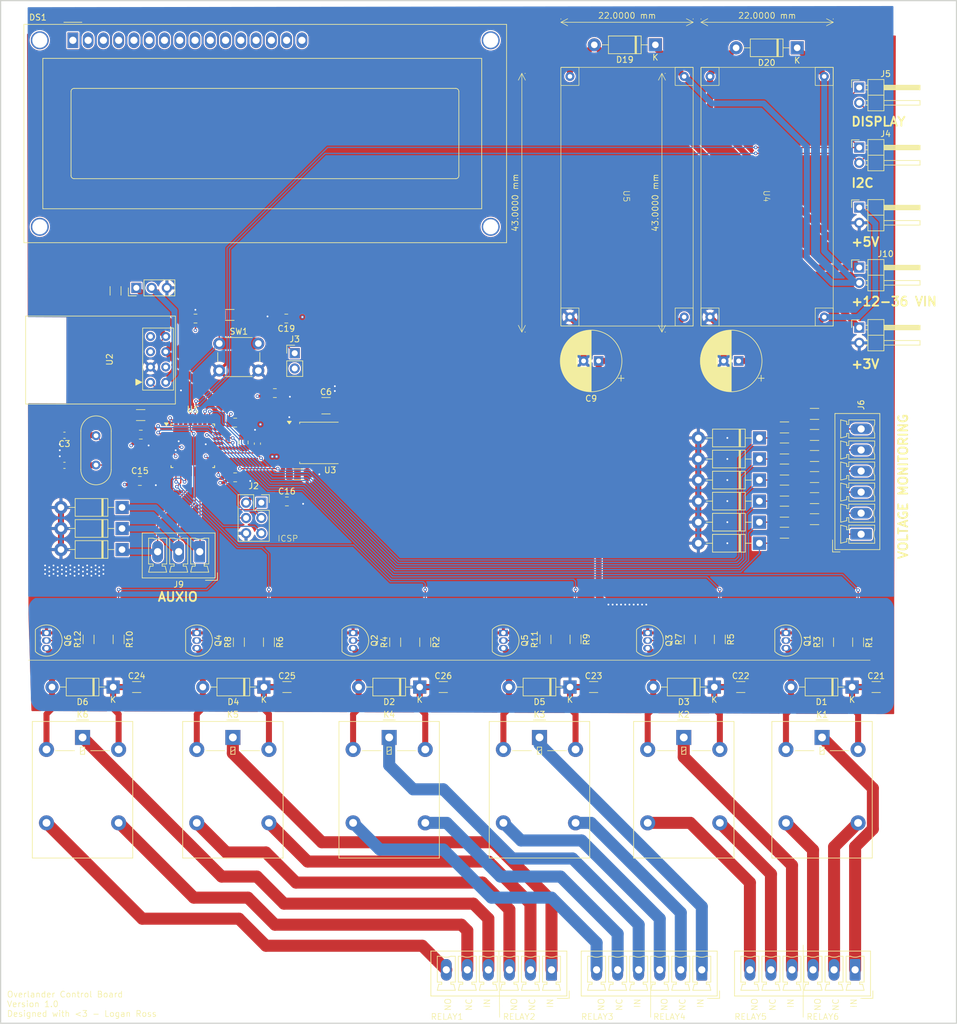
<source format=kicad_pcb>
(kicad_pcb (version 20240108) (generator "pcbnew") (generator_version "8.0")
  (layers (0 "F.Cu" signal) (1 "In1.Cu" signal) (2 "In2.Cu" signal) (31 "B.Cu" signal) (34 "B.Paste" user) (35 "F.Paste" user) (36 "B.SilkS" user "B.Silkscreen") (37 "F.SilkS" user "F.Silkscreen") (38 "B.Mask" user) (39 "F.Mask" user) (44 "Edge.Cuts" user))
  (net 0 "")
  (net 1 "Net-(U1-AREF)")
  (net 2 "GND")
  (net 3 "Net-(U1-XTAL1{slash}PB6)")
  (net 4 "Net-(U1-XTAL2{slash}PB7)")
  (net 5 "+5V")
  (net 6 "+3.3V")
  (net 7 "/Power Supply/VIN")
  (net 8 "Net-(D19-A)")
  (net 9 "+12V")
  (net 10 "Net-(D1-A)")
  (net 11 "Net-(D2-A)")
  (net 12 "Net-(D3-A)")
  (net 13 "Net-(D4-A)")
  (net 14 "Net-(D5-A)")
  (net 15 "Net-(D6-A)")
  (net 16 "/Controller/VoltageDividers/AVOUT1")
  (net 17 "/Controller/VoltageDividers/AVOUT2")
  (net 18 "/Controller/VoltageDividers/AVOUT3")
  (net 19 "/Controller/VoltageDividers/AVOUT4")
  (net 20 "/Controller/ANALOG6")
  (net 21 "/Controller/ANALOG7")
  (net 22 "/Controller/AUXIO1")
  (net 23 "/Controller/AUXIO2")
  (net 24 "/Controller/AUXIO3")
  (net 41 "/Controller/ESP_RST")
  (net 42 "/Controller/MCU_RESET")
  (net 43 "/Controller/MCU_MISO")
  (net 44 "/Controller/MCU_SCK")
  (net 45 "/Controller/MCU_MOSI")
  (net 46 "Net-(J3-Pin_1)")
  (net 47 "/Controller/MCU_SCL")
  (net 48 "/Controller/MCU_SDA")
  (net 49 "/Controller/VoltageDividers/AVIN4")
  (net 50 "/Controller/VoltageDividers/AVIN5")
  (net 51 "/Controller/VoltageDividers/AVIN1")
  (net 52 "/Controller/VoltageDividers/AVIN3")
  (net 53 "/Controller/VoltageDividers/AVIN2")
  (net 54 "/Controller/VoltageDividers/AVIN6")
  (net 55 "/RelayDriver/RELAY1IN")
  (net 56 "/RelayDriver/RELAY2IN")
  (net 57 "/RelayDriver/RELAY1OUT_NO")
  (net 58 "/RelayDriver/RELAY2OUT_NC")
  (net 59 "/RelayDriver/RELAY1OUT_NC")
  (net 60 "/RelayDriver/RELAY2OUT_NO")
  (net 61 "/RelayDriver/RELAY3IN")
  (net 62 "/RelayDriver/RELAY4IN")
  (net 63 "/RelayDriver/RELAY3OUT_NO")
  (net 64 "/RelayDriver/RELAY3OUT_NC")
  (net 65 "/RelayDriver/RELAY4OUT_NO")
  (net 66 "/RelayDriver/RELAY4OUT_NC")
  (net 67 "/RelayDriver/RELAY5OUT_NO")
  (net 68 "/RelayDriver/RELAY6OUT_NC")
  (net 69 "/RelayDriver/RELAY5IN")
  (net 70 "/RelayDriver/RELAY6OUT_NO")
  (net 71 "/RelayDriver/RELAY5OUT_NC")
  (net 72 "/RelayDriver/RELAY6IN")
  (net 73 "Net-(Q1-B)")
  (net 74 "Net-(Q2-B)")
  (net 75 "Net-(Q3-B)")
  (net 76 "Net-(Q4-B)")
  (net 77 "Net-(Q5-B)")
  (net 78 "Net-(Q6-B)")
  (net 79 "/Controller/RELAY1")
  (net 80 "/Controller/RELAY4")
  (net 81 "/Controller/RELAY2")
  (net 82 "/Controller/RELAY5")
  (net 83 "/Controller/RELAY3")
  (net 84 "/Controller/RELAY6")
  (net 85 "Net-(U2-URXD)")
  (net 86 "/Controller/ESP_RX")
  (net 87 "/Controller/ESP_TX")
  (footprint "Capacitor_SMD:C_0805_2012Metric" (layer "F.Cu") (at 56.42 89.45 -90)
    (property "Reference" "C1" (hide yes))
    (property "Value" "100nf" (hide yes))
  )
  (footprint "Resistor_SMD:R_1206_3216Metric" (layer "F.Cu") (at 35.12 64.25 90)
    (property "Reference" "R13" (hide yes))
    (property "Value" "20k" (hide yes))
  )
  (footprint "Button_Switch_THT:SW_PUSH_6mm_H8mm" (layer "F.Cu") (at 52.37 73)
    (property "Reference" "SW1")
    (property "Value" "SW_RESET")
  )
  (footprint "Package_TO_SOT_THT:TO-92_Inline" (layer "F.Cu") (at 99.63325 121.1075 -90)
    (property "Reference" "Q5")
    (property "Value" "2N3904")
  )
  (footprint "Diode_THT:D_DO-41_SOD81_P10.16mm_Horizontal" (layer "F.Cu") (at 142.21325 95.7 180)
    (property "Reference" "D10" (hide yes))
    (property "Value" "5.1v" (hide yes))
  )
  (footprint "Capacitor_SMD:C_0805_2012Metric" (layer "F.Cu") (at 61.62 81.25)
    (property "Reference" "C13" (hide yes))
    (property "Value" "1uf" (hide yes))
  )
  (footprint "Connector_PinHeader_2.54mm:PinHeader_1x02_P2.54mm_Horizontal" (layer "F.Cu") (at 158.825 70.35)
    (property "Reference" "J13" (hide yes))
    (property "Value" "3.3VOUT" (hide yes))
  )
  (footprint "Capacitor_SMD:C_0603_1608Metric" (layer "F.Cu") (at 26.62 93.25 180)
    (property "Reference" "C4" (hide yes))
    (property "Value" "22pf" (hide yes))
  )
  (footprint "Capacitor_SMD:C_1206_3216Metric" (layer "F.Cu") (at 63.63325 130.11)
    (property "Reference" "C25")
    (property "Value" "10uf")
  )
  (footprint "Capacitor_SMD:C_1210_3225Metric" (layer "F.Cu") (at 70.12 83.35)
    (property "Reference" "C6")
    (property "Value" "100uf" (hide yes))
  )
  (footprint "Resistor_SMD:R_1206_3216Metric" (layer "F.Cu") (at 111.63325 122.185 -90)
    (property "Reference" "R9")
    (property "Value" "1k")
  )
  (footprint "Capacitor_SMD:C_0805_2012Metric" (layer "F.Cu") (at 63.52 68.85 180)
    (property "Reference" "C19")
    (property "Value" "0.1uf")
  )
  (footprint "AmazonPowerSupply:AmazonBuckConverter" (layer "F.Cu") (at 109.2 27.1 -90)
    (property "Reference" "U5")
    (property "Value" "~")
  )
  (footprint "Resistor_SMD:R_1206_3216Metric" (layer "F.Cu") (at 151.38325 98.7 180)
    (property "Reference" "R18" (hide yes))
    (property "Value" "100k" (hide yes))
  )
  (footprint "Diode_THT:D_DO-41_SOD81_P10.16mm_Horizontal" (layer "F.Cu") (at 110.71325 130.11 180)
    (property "Reference" "D5")
    (property "Value" "D")
  )
  (footprint "Resistor_SMD:R_1206_3216Metric" (layer "F.Cu") (at 146.38325 104.45 180)
    (property "Reference" "R17" (hide yes))
    (property "Value" "16k" (hide yes))
  )
  (footprint "Capacitor_THT:CP_Radial_D10.0mm_P2.50mm" (layer "F.Cu") (at 115.475 75.9 180)
    (property "Reference" "C9")
    (property "Value" "470uf")
  )
  (footprint "Capacitor_SMD:C_1206_3216Metric" (layer "F.Cu") (at 89.63325 130.11)
    (property "Reference" "C26")
    (property "Value" "10uf")
  )
  (footprint "Diode_THT:D_DO-41_SOD81_P10.16mm_Horizontal" (layer "F.Cu") (at 34.71325 130.11 180)
    (property "Reference" "D6")
    (property "Value" "D")
  )
  (footprint "Package_TO_SOT_THT:TO-92_Inline" (layer "F.Cu") (at 123.63325 121.1075 -90)
    (property "Reference" "Q3")
    (property "Value" "2N3904")
  )
  (footprint "Display:WC1602A" (layer "F.Cu") (at 28.02 22.6)
    (property "Reference" "DS1")
    (property "Value" "WC1602A")
  )
  (footprint "Diode_THT:D_DO-41_SOD81_P10.16mm_Horizontal" (layer "F.Cu") (at 134.71325 130.11 180)
    (property "Reference" "D3")
    (property "Value" "D")
  )
  (footprint "Diode_THT:D_DO-41_SOD81_P10.16mm_Horizontal" (layer "F.Cu") (at 148.5 23.85 180)
    (property "Reference" "D20")
    (property "Value" "D")
  )
  (footprint "Relay_THT:Relay_SPDT_Omron-G5LE-1" (layer "F.Cu") (at 29.63325 138.4825)
    (property "Reference" "K6")
    (property "Value" "G5LE-1")
  )
  (footprint "Capacitor_SMD:C_1206_3216Metric" (layer "F.Cu") (at 38.63325 130.11)
    (property "Reference" "C24")
    (property "Value" "10uf")
  )
  (footprint "Capacitor_SMD:C_0805_2012Metric" (layer "F.Cu") (at 63.62 99.25)
    (property "Reference" "C16")
    (property "Value" "0.1uf")
  )
  (footprint "Connector_PinSocket_2.54mm:PinSocket_2x03_P2.54mm_Vertical" (layer "F.Cu") (at 59.37 99.46)
    (property "Reference" "J2")
    (property "Value" "AVR-ISP-6")
  )
  (footprint "Capacitor_SMD:C_0805_2012Metric" (layer "F.Cu") (at 48.42 68.85 180)
    (property "Reference" "C14" (hide yes))
    (property "Value" "1uf" (hide yes))
  )
  (footprint "Capacitor_SMD:C_0805_2012Metric" (layer "F.Cu") (at 39.17 95.85)
    (property "Reference" "C15")
    (property "Value" "1uf")
  )
  (footprint "Diode_THT:D_DO-41_SOD81_P10.16mm_Horizontal" (layer "F.Cu") (at 36.2 107.25 180)
    (property "Reference" "D16" (hide yes))
    (property "Value" "5.1v" (hide yes))
  )
  (footprint "Capacitor_SMD:C_0603_1608Metric" (layer "F.Cu") (at 26.62 88.25 180)
    (property "Reference" "C3")
    (property "Value" "22pf")
  )
  (footprint "Connector_Phoenix_MC:PhoenixContact_MCV_1,5_6-G-3.5_1x06_P3.50mm_Vertical" (layer "F.Cu") (at 107.63325 177.11 180)
    (property "Reference" "J14" (hide yes))
    (property "Value" "Screw_Terminal_01x06")
  )
  (footprint "Connector_Phoenix_MC:PhoenixContact_MCV_1,5_6-G-3.5_1x06_P3.50mm_Vertical" (layer "F.Cu") (at 132.63325 177.11 180)
    (property "Reference" "J8" (hide yes))
    (property "Value" "Screw_Terminal_01x06")
  )
  (footprint "Resistor_SMD:R_1206_3216Metric" (layer "F.Cu") (at 146.38325 100.95 180)
    (property "Reference" "R19" (hide yes))
    (property "Value" "16k" (hide yes))
  )
  (footprint "Resistor_SMD:R_1206_3216Metric" (layer "F.Cu") (at 106.63325 122.185 90)
    (property "Reference" "R11")
    (property "Value" "15k")
  )
  (footprint "Diode_THT:D_DO-41_SOD81_P10.16mm_Horizontal" (layer "F.Cu") (at 142.21325 106.2 180)
    (property "Reference" "D7" (hide yes))
    (property "Value" "5.1v" (hide yes))
  )
  (footprint "Resistor_SMD:R_1206_3216Metric" (layer "F.Cu") (at 35.63325 122.185 -90)
    (property "Reference" "R10")
    (property "Value" "1k")
  )
  (footprint "Capacitor_SMD:C_1206_3216Metric" (layer "F.Cu") (at 65.52 94.7425)
    (property "Reference" "C5" (hide yes))
    (property "Value" "10uf" (hide yes))
  )
  (footprint "Relay_THT:Relay_SPDT_Omron-G5LE-1" (layer "F.Cu") (at 152.63325 138.4825)
    (property "Reference" "K1")
    (property "Value" "G5LE-1")
  )
  (footprint "Resistor_SMD:R_1206_3216Metric" (layer "F.Cu") (at 151.38325 95.2 180)
    (property "Reference" "R20" (hide yes))
    (property "Value" "100k" (hide yes))
  )
  (footprint "Connector_PinHeader_2.54mm:PinHeader_1x02_P2.54mm_Horizontal" (layer "F.Cu") (at 158.825 60.375)
    (property "Reference" "J10")
    (property "Value" "12-36v" (hide yes))
  )
  (footprint "Resistor_SMD:R_1206_3216Metric" (layer "F.Cu") (at 55.63325 122.6475 90)
    (property "Reference" "R8")
    (property "Value" "15k")
  )
  (footprint "Resistor_SMD:R_1206_3216Metric" (layer "F.Cu") (at 151.38325 88.2 180)
    (property "Reference" "R24" (hide yes))
    (property "Value" "100k" (hide yes))
  )
  (footprint "Diode_THT:D_DO-41_SOD81_P10.16mm_Horizontal" (layer "F.Cu") (at 157.63325 130.11 180)
    (property "Reference" "D1")
    (property "Value" "D")
  )
  (footprint "Resistor_SMD:R_1206_3216Metric" (layer "F.Cu") (at 60.63325 122.6475 -90)
    (property "Reference" "R6")
    (property "Value" "1k")
  )
  (footprint "Connector_PinHeader_2.54mm:PinHeader_1x02_P2.54mm_Horizontal" (layer "F.Cu") (at 158.825 50.4)
    (property "Reference" "J12" (hide yes))
    (property "Value" "5VOUT" (hide yes))
  )
  (footprint "Resistor_SMD:R_1206_3216Metric" (layer "F.Cu") (at 153.63325 122.6475 90)
    (property "Reference" "R3")
    (property "Value" "15k")
  )
  (footprint "Package_TO_SOT_THT:TO-92_Inline" (layer "F.Cu") (at 146.63325 121.1075 -90)
    (property "Reference" "Q1")
    (property "Value" "2N3904")
  )
  (footprint "Diode_THT:D_DO-41_SOD81_P10.16mm_Horizontal" (layer "F.Cu") (at 124.91 23.35 180)
    (property "Reference" "D19")
    (property "Value" "D")
  )
  (footprint "Diode_THT:D_DO-41_SOD81_P10.16mm_Horizontal" (layer "F.Cu") (at 142.21325 99.2 180)
    (property "Reference" "D9" (hide yes))
    (property "Value" "5.1v" (hide yes))
  )
  (footprint "Resistor_SMD:R_1206_3216Metric" (layer "F.Cu") (at 151.38325 91.7 180)
    (property "Reference" "R22" (hide yes))
    (property "Value" "100k" (hide yes))
  )
  (footprint "Capacitor_SMD:C_1206_3216Metric" (layer "F.Cu") (at 139.10825 130.11)
    (property "Reference" "C22")
    (property "Value" "10uf")
  )
  (footprint "Connector_Phoenix_MC:PhoenixContact_MCV_1,5_3-G-3.5_1x03_P3.50mm_Vertical" (layer "F.Cu") (at 49.12 107.6075 180)
    (property "Reference" "J9")
    (property "Value" "AUXIO")
  )
  (footprint "Connector_Phoenix_MC:PhoenixContact_MCV_1,5_6-G-3.5_1x06_P3.50mm_Vertical" (layer "F.Cu") (at 159.13325 104.7 90)
    (property "Reference" "J6")
    (property "Value" "VOLTAGE_MON_INPUTS")
  )
  (footprint "Diode_THT:D_DO-41_SOD81_P10.16mm_Horizontal" (layer "F.Cu") (at 36.2 103.75 180)
    (property "Reference" "D17" (hide yes))
    (property "Value" "5.1v" (hide yes))
  )
  (footprint "Crystal:Crystal_HC49-4H_Vertical" (layer "F.Cu") (at 31.87 93.2 90)
    (property "Reference" "Y1" (hide yes))
    (property "Value" "16Mhz" (hide yes))
  )
  (footprint "Resistor_SMD:R_1206_3216Metric" (layer "F.Cu") (at 130.63325 122.185 90)
    (property "Reference" "R7")
    (property "Value" "15k")
  )
  (footprint "Diode_THT:D_DO-41_SOD81_P10.16mm_Horizontal" (layer "F.Cu") (at 142.21325 102.7 180)
    (property "Reference" "D8" (hide yes))
    (property "Value" "5.1v" (hide yes))
  )
  (footprint "Resistor_SMD:R_1206_3216Metric" (layer "F.Cu") (at 86.63325 122.6475 -90)
    (property "Reference" "R2")
    (property "Value" "1k")
  )
  (footprint "Resistor_SMD:R_1206_3216Metric" (layer "F.Cu") (at 158.63325 122.6475 -90)
    (property "Reference" "R1")
    (property "Value" "1k")
  )
  (footprint "Resistor_SMD:R_1206_3216Metric" (layer "F.Cu") (at 30.63325 122.185 90)
    (property "Reference" "R12")
    (property "Value" "15k")
  )
  (footprint "Resistor_SMD:R_1206_3216Metric" (layer "F.Cu") (at 146.38325 93.95 180)
    (property "Reference" "R23" (hide yes))
    (property "Value" "16k" (hide yes))
  )
  (footprint "Relay_THT:Relay_SPDT_Omron-G5LE-1" (layer "F.Cu") (at 105.63325 138.4825)
    (property "Reference" "K3")
    (property "Value" "G5LE-1")
  )
  (footprint "Resistor_SMD:R_1206_3216Metric" (layer "F.Cu") (at 146.38325 86.95 180)
    (property "Reference" "R27" (hide yes))
    (property "Value" "16k" (hide yes))
  )
  (footprint "Relay_THT:Relay_SPDT_Omron-G5LE-1" (layer "F.Cu") (at 129.63325 138.4825)
    (property "Reference" "K2")
    (property "Value" "G5LE-1")
  )
  (footprint "Package_QFP:TQFP-32_7x7mm_P0.8mm" (layer "F.Cu") (at 47.97 90)
    (property "Reference" "U1")
    (property "Value" "ATmega328-A")
  )
  (footprint "Package_TO_SOT_THT:TO-92_Inline" (layer "F.Cu") (at 74.63325 121.1075 -90)
    (property "Reference" "Q2")
    (property "Value" "2N3904")
  )
  (footprint "Capacitor_SMD:C_1206_3216Metric" (layer "F.Cu") (at 161.63325 130.11)
    (property "Reference" "C21")
    (property "Value" "10uf")
  )
  (footprint "Resistor_SMD:R_1206_3216Metric" (layer "F.Cu") (at 81.63325 122.6475 90)
    (property "Reference" "R4")
    (property "Value" "15k")
  )
  (footprint "Capacitor_SMD:C_0805_2012Metric" (layer "F.Cu") (at 55.02 86.15)
    (property "Reference" "C20" (hide yes))
    (property "Value" "1uf" (hide yes))
  )
  (footprint "Package_TO_SOT_SMD:TO-252-3_TabPin2" (layer "F.Cu") (at 69.06 89.5225)
    (property "Reference" "U3")
    (property "Value" "LM1117MP-3.3" (hide yes))
  )
  (footprint "RF_Module:ESP-01" (layer "F.Cu") (at 40.93 79.45 90)
    (property "Reference" "U2")
    (property "Value" "ESP-01v090")
  )
  (footprint "Connector_PinHeader_2.54mm:PinHeader_1x02_P2.54mm_Horizontal" (layer "F.Cu") (at 158.825 30.45)
    (property "Reference" "J5")
    (property "Value" "I2C_DISPLAY" (hide yes))
  )
  (footprint "Capacitor_THT:CP_Radial_D10.0mm_P2.50mm" (layer "F.Cu") (at 138.775 75.9 180)
    (property "Reference" "C11" (hide yes))
    (property "Value" "470uf")
  )
  (footprint "Capacitor_SMD:C_0603_1608Metric" (layer "F.Cu") (at 58.72 89.65 -90)
    (property "Reference" "C2" (hide yes))
    (property "Value" "1nf" (hide yes))
  )
  (footprint "Diode_THT:D_DO-41_SOD81_P10.16mm_Horizontal" (layer "F.Cu") (at 85.71325 130.11 180)
    (property "Reference" "D2")
    (property "Value" "D")
  )
  (footprint "Package_TO_SOT_THT:TO-92_Inline" (layer "F.Cu") (at 23.63325 121.1075 -90)
    (property "Reference" "Q6")
    (property "Value" "2N3904")
  )
  (footprint "Resistor_SMD:R_1206_3216Metric" (layer "F.Cu") (at 135.63325 122.185 -90)
    (property "Reference" "R5")
    (property "Value" "1k")
  )
  (footprint "Connector_PinHeader_2.54mm:PinHeader_1x02_P2.54mm_Horizontal" (layer "F.Cu") (at 158.825 40.425)
    (property "Reference" "J4")
    (property "Value" "I2C_AUX" (hide yes))
  )
  (footprint "Diode_THT:D_DO-41_SOD81_P10.16mm_Horizontal" (layer "F.Cu") (at 142.21325 88.7 180)
    (property "Reference" "D12" (hide yes))
    (property "Value" "5.1v" (hide yes))
  )
  (footprint "Connector_PinHeader_2.54mm:PinHeader_1x03_P2.54mm_Vertical" (layer "F.Cu") (at 38.58 63.75 90)
    (property "Reference" "J1" (hide yes))
    (property "Value" "ResetJumper" (hide yes))
  )
  (footprint "Resistor_SMD:R_1206_3216Metric" (layer "F.Cu") (at 151.38325 102.2 180)
    (property "Reference" "R16" (hide yes))
    (property "Value" "100k" (hide yes))
  )
  (footprint "Capacitor_SMD:C_0805_2012Metric" (layer "F.Cu") (at 39.32 88.15)
    (property "Reference" "C18" (hide yes))
    (property "Value" "0.1uf" (hide yes))
  )
  (footprint "Relay_THT:Relay_SPDT_Omron-G5LE-1" (layer "F.Cu") (at 80.63325 138.4825)
    (property "Reference" "K4")
    (property "Value" "G5LE-1")
  )
  (footprint "Connector_Phoenix_MC:PhoenixContact_MCV_1,5_6-G-3.5_1x06_P3.50mm_Vertical" (layer "F.Cu") (at 158.13325 177.11 180)
    (property "Reference" "J7" (hide yes))
    (property "Value" "Screw_Terminal_01x06")
  )
  (footprint "Package_TO_SOT_THT:TO-92_Inline" (layer "F.Cu") (at 48.63325 121.1075 -90)
    (property "Reference" "Q4")
    (property "Value" "2N3904")
  )
  (footprint "Resistor_SMD:R_1206_3216Metric" (layer "F.Cu") (at 151.38325 84.7 180)
    (property "Reference" "R26" (hide yes))
    (property "Value" "100k" (hide yes))
  )
  (footprint "Capacitor_SMD:C_1206_3216Metric" (layer "F.Cu") (at 114.63325 130.11)
    (property "Reference" "C23")
    (property "Value" "10uf")
  )
  (footprint "Resistor_SMD:R_1206_3216Metric" (layer "F.Cu") (at 39.3 84.9)
    (property "Reference" "R14" (hide yes))
    (property "Value" "10k" (hide yes))
  )
  (footprint "Diode_THT:D_DO-41_SOD81_P10.16mm_Horizontal" (layer "F.Cu") (at 36.2 100.25 180)
    (property "Reference" "D18" (hide yes))
    (property "Value" "5.1v" (hide yes))
  )
  (footprint "Diode_THT:D_DO-41_SOD81_P10.16mm_Horizontal" (layer "F.Cu") (at 59.79325 130.11 180)
    (property "Reference" "D4")
    (property "Value" "D")
  )
  (footprint "Resistor_SMD:R_1206_3216Metric" (layer "F.Cu") (at 54.12 68.25)
    (property "Reference" "R15" (hide yes))
    (property "Value" "10K" (hide yes))
  )
  (footprint "Relay_THT:Relay_SPDT_Omron-G5LE-1" (layer "F.Cu") (at 54.63325 138.4825)
    (property "Reference" "K5")
    (property "Value" "G5LE-1")
  )
  (footprint "Capacitor_SMD:C_0805_2012Metric" (layer "F.Cu") (at 55.02 95.25)
    (property "Reference" "C17" (hide yes))
    (property "Value" "0.1uf" (hide yes))
  )
  (footprint "Diode_THT:D_DO-41_SOD81_P10.16mm_Horizontal" (layer "F.Cu") (at 142.21325 92.2 180)
    (property "Reference" "D11" (hide yes))
    (property "Value" "5.1v" (hide yes))
  )
  (footprint "Resistor_SMD:R_1206_3216Metric" (layer "F.Cu") (at 146.38325 90.45 180)
    (property "Reference" "R25" (hide yes))
    (property "Value" "16k" (hide yes))
  )
  (footprint "AmazonPowerSupply:AmazonBuckConverter" (layer "F.Cu") (at 132.5 27.1 -90)
    (property "Reference" "U4")
    (property "Value" "~")
  )
  (footprint "Connector_PinHeader_2.54mm:PinHeader_1x02_P2.54mm_Vertical" (layer "F.Cu") (at 64.92 74.61)
    (property "Reference" "J3")
    (property "Value" "RESET_DISABLE")
  )
  (footprint "Resistor_SMD:R_1206_3216Metric" (layer "F.Cu") (at 146.38325 97.45 180)
    (property "Reference" "R21" (hide yes))
    (property "Value" "16k" (hide yes))
  )
  (gr_line (start 160.63325 125.6475) (end 20.63325 125.6475) (stroke (width 0.1)) (layer "F.SilkS"))
  (gr_line (start 98.88325 174) (end 99 185) (stroke (width 0.1)) (layer "F.SilkS"))
  (gr_line (start 149.5 185) (end 149.5 173) (stroke (width 0.1)) (layer "F.SilkS"))
  (gr_line (start 124.13325 177.01) (end 124.125 185) (stroke (width 0.1)) (layer "F.SilkS"))
  (gr_rect (start 16 16) (end 175 186) (stroke (width 0.2)) (fill none) (layer "Edge.Cuts"))
  (gr_text "+5V" (at 157.35 57 0) (layer "F.SilkS") (effects (font (size 1.5 1.5) (thickness 0.3) (bold yes)) (justify left bottom)))
  (gr_text "RELAY4" (at 124.5 185.5 0) (layer "F.SilkS") (effects (font (size 1 1) (thickness 0.1)) (justify left bottom)))
  (gr_text "NC" (at 155.5 184 90) (layer "F.SilkS") (effects (font (size 1 1) (thickness 0.1)) (justify left bottom)))
  (gr_text "NO" (at 127 184 90) (layer "F.SilkS") (effects (font (size 1 1) (thickness 0.1)) (justify left bottom)))
  (gr_text "IN" (at 158.5 183.5 90) (layer "F.SilkS") (effects (font (size 1 1) (thickness 0.1)) (justify left bottom)))
  (gr_text "IN" (at 148 183.5 90) (layer "F.SilkS") (effects (font (size 1 1) (thickness 0.1)) (justify left bottom)))
  (gr_text "NC" (at 130 184 90) (layer "F.SilkS") (effects (font (size 1 1) (thickness 0.1)) (justify left bottom)))
  (gr_text "NO" (at 116.5 184 90) (layer "F.SilkS") (effects (font (size 1 1) (thickness 0.1)) (justify left bottom)))
  (gr_text "RELAY3" (at 112.5 185.5 0) (layer "F.SilkS") (effects (font (size 1 1) (thickness 0.1)) (justify left bottom)))
  (gr_text "IN" (at 108 183.5 90) (layer "F.SilkS") (effects (font (size 1 1) (thickness 0.1)) (justify left bottom)))
  (gr_text "+3V" (at 157.35 77.3 0) (layer "F.SilkS") (effects (font (size 1.5 1.5) (thickness 0.3) (bold yes)) (justify left bottom)))
  (gr_text "NC" (at 105 184 90) (layer "F.SilkS") (effects (font (size 1 1) (thickness 0.1)) (justify left bottom)))
  (gr_text "NC" (at 119.5 184 90) (layer "F.SilkS") (effects (font (size 1 1) (thickness 0.1)) (justify left bottom)))
  (gr_text "RELAY1" (at 87.5 185.5 0) (layer "F.SilkS") (effects (font (size 1 1) (thickness 0.1)) (justify left bottom)))
  (gr_text "NO" (at 91 184 90) (layer "F.SilkS") (effects (font (size 1 1) (thickness 0.1)) (justify left bottom)))
  (gr_text "IN" (at 97.5 183.5 90) (layer "F.SilkS") (effects (font (size 1 1) (thickness 0.1)) (justify left bottom)))
  (gr_text "DISPLAY" (at 157.35 37 0) (layer "F.SilkS") (effects (font (size 1.5 1.5) (thickness 0.3) (bold yes)) (justify left bottom)))
  (gr_text "RELAY5" (at 138 185.5 0) (layer "F.SilkS") (effects (font (size 1 1) (thickness 0.1)) (justify left bottom)))
  (gr_text "IN" (at 122.5 183.5 90) (layer "F.SilkS") (effects (font (size 1 1) (thickness 0.1)) (justify left bottom)))
  (gr_text "NO" (at 152.5 184 90) (layer "F.SilkS") (effects (font (size 1 1) (thickness 0.1)) (justify left bottom)))
  (gr_text "VOLTAGE MONITORING" (at 167 109 90) (layer "F.SilkS") (effects (font (size 1.5 1.5) (thickness 0.3) (bold yes)) (justify left bottom)))
  (gr_text "I2C" (at 157.35 47.2 0) (layer "F.SilkS") (effects (font (size 1.5 1.5) (thickness 0.3) (bold yes)) (justify left bottom)))
  (gr_text "NO" (at 142 184 90) (layer "F.SilkS") (effects (font (size 1 1) (thickness 0.1)) (justify left bottom)))
  (gr_text "NC" (at 145 184 90) (layer "F.SilkS") (effects (font (size 1 1) (thickness 0.1)) (justify left bottom)))
  (gr_text "ICSP" (at 62 106 0) (layer "F.SilkS") (effects (font (size 1 1) (thickness 0.1)) (justify left bottom)))
  (gr_text "NC" (at 94.5 184 90) (layer "F.SilkS") (effects (font (size 1 1) (thickness 0.1)) (justify left bottom)))
  (gr_text "IN" (at 133 183.5 90) (layer "F.SilkS") (effects (font (size 1 1) (thickness 0.1)) (justify left bottom)))
  (gr_text "AUXIO" (at 42 116 0) (layer "F.SilkS") (effects (font (size 1.5 1.5) (thickness 0.3) (bold yes)) (justify left bottom)))
  (gr_text "+12-36 VIN" (at 157.35 66.9 0) (layer "F.SilkS") (effects (font (size 1.5 1.5) (thickness 0.3) (bold yes)) (justify left bottom)))
  (gr_text "Overlander Control Board\nVersion 1.0\nDesigned with <3 - Logan Ross" (at 17 185 0) (layer "F.SilkS") (effects (font (size 1 1) (thickness 0.1)) (justify left bottom)))
  (gr_text "RELAY6" (at 150 185.5 0) (layer "F.SilkS") (effects (font (size 1 1) (thickness 0.1)) (justify left bottom)))
  (gr_text "NO" (at 102 184 90) (layer "F.SilkS") (effects (font (size 1 1) (thickness 0.1)) (justify left bottom)))
  (gr_text "RELAY2" (at 99.5 185.5 0) (layer "F.SilkS") (effects (font (size 1 1) (thickness 0.1)) (justify left bottom)))
  (segment (start 56.42 90.4) (end 58.695 90.4) (width 0.5) (layer "F.Cu") (net 1))
  (segment (start 58.695 90.4) (end 58.72 90.425) (width 0.5) (layer "F.Cu") (net 1))
  (segment (start 56.42 90.4) (end 52.22 90.4) (width 0.5) (layer "F.Cu") (net 1))
  (segment (start 26.04 107.25) (end 26.04 100.25) (width 1) (layer "F.Cu") (net 2))
  (segment (start 66.995 94.7425) (end 69.02 94.7425) (width 1) (layer "F.Cu") (net 2))
  (segment (start 48.63325 121.1075) (end 55.55575 121.1075) (width 0.2) (layer "F.Cu") (net 2))
  (segment (start 62.57 68.85) (end 60.75 68.85) (width 1) (layer "F.Cu") (net 2))
  (segment (start 52.22 89.6) (end 50.27 89.6) (width 0.2) (layer "F.Cu") (net 2))
  (segment (start 56.42 88.5) (end 57.17 88.5) (width 0.5) (layer "F.Cu") (net 2))
  (segment (start 25.845 93.25) (end 25.845 91.75) (width 1) (layer "F.Cu") (net 2))
  (segment (start 50.27 89.6) (end 50.12 89.75) (width 0.2) (layer "F.Cu") (net 2))
  (segment (start 74.63325 121.1075) (end 81.55575 121.1075) (width 0.2) (layer "F.Cu") (net 2))
  (segment (start 40.27 89.6) (end 40.62 89.95) (width 0.5) (layer "F.Cu") (net 2))
  (segment (start 153.55575 121.1075) (end 153.63325 121.185) (width 0.2) (layer "F.Cu") (net 2))
  (segment (start 64.02 87.2425) (end 64.02 85.2425) (width 1) (layer "F.Cu") (net 2))
  (segment (start 58.72 88.875) (end 58.72 87.75) (width 0.5) (layer "F.Cu") (net 2))
  (segment (start 62.57 81.25) (end 63.17 81.85) (width 0.5) (layer "F.Cu") (net 2))
  (segment (start 112.975 70.875) (end 110.7 68.6) (width 1) (layer "F.Cu") (net 2))
  (segment (start 123.63325 121.1075) (end 123.63575 121.11) (width 0.2) (layer "F.Cu") (net 2))
  (segment (start 71.595 80.9) (end 71.595 80.105) (width 1) (layer "F.Cu") (net 2))
  (segment (start 23.63325 121.1075) (end 30.24825 121.1075) (width 0.2) (layer "F.Cu") (net 2))
  (segment (start 136.275 70.875) (end 134 68.6) (width 1) (layer "F.Cu") (net 2))
  (segment (start 146.63325 121.1075) (end 153.55575 121.1075) (width 0.2) (layer "F.Cu") (net 2))
  (segment (start 65.92 99.25) (end 66.32 99.65) (width 0.5) (layer "F.Cu") (net 2))
  (segment (start 44.77 90.4) (end 45.12 90.75) (width 0.2) (layer "F.Cu") (net 2))
  (segment (start 56.42 88.5) (end 56.42 86.6) (width 0.5) (layer "F.Cu") (net 2))
  (segment (start 106.24825 121.1075) (end 106.63325 120.7225) (width 0.2) (layer "F.Cu") (net 2))
  (segment (start 40.12 95.85) (end 40.82 96.55) (width 0.5) (layer "F.Cu") (net 2))
  (segment (start 136.275 75.9) (end 136.275 70.875) (width 1) (layer "F.Cu") (net 2))
  (segment (start 130.24575 121.11) (end 130.63325 120.7225) (width 0.2) (layer "F.Cu") (net 2))
  (segment (start 25.845 89.75) (end 25.845 88.25) (width 1) (layer "F.Cu") (net 2))
  (segment (start 57.17 88.5) (end 58.32 87.35) (width 0.5) (layer "F.Cu") (net 2))
  (segment (start 56.42 86.6) (end 55.97 86.15) (width 0.5) (layer "F.Cu") (net 2))
  (segment (start 71.595 83.35) (end 71.595 80.9) (width 1) (layer "F.Cu") (net 2))
  (segment (start 64.57 99.25) (end 65.92 99.25) (width 0.5) (layer "F.Cu") (net 2))
  (segment (start 56.57 95.85) (end 57.52 95.85) (width 0.5) (layer "F.Cu") (net 2))
  (segment (start 58.72 87.75) (end 58.32 87.35) (width 0.5) (layer "F.Cu") (net 2))
  (segment (start 71.595 80.105) (end 71.6 80.1) (width 1) (layer "F.Cu") (net 2))
  (segment (start 40.27 88.15) (end 40.27 89.6) (width 0.5) (layer "F.Cu") (net 2))
  (segment (start 55.55575 121.1075) (end 55.63325 121.185) (width 0.2) (layer "F.Cu") (net 2))
  (segment (start 43.72 90.4) (end 44.77 90.4) (width 0.2) (layer "F.Cu") (net 2))
  (segment (start 45.17 88.8) (end 45.62 89.25) (width 0.2) (layer "F.Cu") (net 2))
  (segment (start 112.975 75.9) (end 112.975 70.875) (width 1) (layer "F.Cu") (net 2))
  (segment (start 25.845 90.75) (end 25.845 89.75) (width 1) (layer "F.Cu") (net 2))
  (segment (start 48.4 67.92) (end 47.47 68.85) (width 0.2) (layer "F.Cu") (net 2))
  (segment (start 132.05325 106.2) (end 132.05325 88.7) (width 1) (layer "F.Cu") (net 2))
  (segment (start 99.63325 121.1075) (end 106.24825 121.1075) (width 0.2) (layer "F.Cu") (net 2))
  (segment (start 40.82 96.55) (end 41.82 96.55) (width 0.5) (layer "F.Cu") (net 2))
  (segment (start 123.63575 121.11) (end 130.24575 121.11) (width 0.2) (layer "F.Cu") (net 2))
  (segment (start 48.4 67.4) (end 48.4 67.92) (width 0.2) (layer "F.Cu") (net 2))
  (segment (start 30.24825 121.1075) (end 30.63325 120.7225) (width 0.2) (layer "F.Cu") (net 2))
  (segment (start 43.72 88.8) (end 45.17 88.8) (width 0.2) (layer "F.Cu") (net 2))
  (segment (start 25.845 91.75) (end 25.845 90.75) (width 1) (layer "F.Cu") (net 2))
  (segment (start 81.55575 121.1075) (end 81.63325 121.185) (width 0.2) (layer "F.Cu") (net 2))
  (segment (start 55.97 95.25) (end 56.57 95.85) (width 0.5) (layer "F.Cu") (net 2))
  (segment (start 60.75 68.85) (end 60.4 68.5) (width 1) (layer "F.Cu") (net 2))
  (segment (start 63.17 81.85) (end 64.12 81.85) (width 0.5) (layer "F.Cu") (net 2))
  (via (at 31.8 110.6) (size 0.6) (drill 0.3) (layers "F.Cu" "B.Cu") (net 2))
  (via (at 60.4 68.5) (size 0.6) (drill 0.3) (layers "F.Cu" "B.Cu") (net 2))
  (via (at 26.2 111.3) (size 0.6) (drill 0.3) (layers "F.Cu" "B.Cu") (net 2))
  (via (at 24.8 110.6) (size 0.6) (drill 0.3) (layers "F.Cu" "B.Cu") (net 2))
  (via (at 30.4 111.3) (size 0.6) (drill 0.3) (layers "F.Cu" "B.Cu") (net 2))
  (via (at 136.88325 102.7) (size 1) (drill 0.3) (layers "F.Cu" "B.Cu") (net 2))
  (via (at 136.88325 92.2) (size 1) (drill 0.3) (layers "F.Cu" "B.Cu") (net 2))
  (via (at 31.1 111.6) (size 0.6) (drill 0.3) (layers "F.Cu" "B.Cu") (net 2))
  (via (at 32.4 111.6) (size 0.6) (drill 0.3) (layers "F.Cu" "B.Cu") (net 2))
  (via (at 46 80.8) (size 0.6) (drill 0.3) (layers "F.Cu" "B.Cu") (net 2))
  (via (at 31.8 111.3) (size 0.6) (drill 0.3) (layers "F.Cu" "B.Cu") (net 2))
  (via (at 64.02 85.2425) (size 0.6) (drill 0.3) (layers "F.Cu" "B.Cu") (net 2))
  (via (at 25.845 91.75) (size 0.6) (drill 0.3) (layers "F.Cu" "B.Cu") (net 2))
  (via (at 41.82 96.55) (size 0.6) (drill 0.3) (layers "F.Cu" "B.Cu") (net 2))
  (via (at 28.3 110.9) (size 0.6) (drill 0.3) (layers "F.Cu" "B.Cu") (net 2))
  (via (at 57.52 95.85) (size 0.6) (drill 0.3) (layers "F.Cu" "B.Cu") (net 2))
  (via (at 26.9 111.6) (size 0.6) (drill 0.3) (layers "F.Cu" "B.Cu") (net 2))
  (via (at 24.1 111.6) (size 0.6) (drill 0.3) (layers "F.Cu" "B.Cu") (net 2))
  (via (at 29.7 110.2) (size 0.6) (drill 0.3) (layers "F.Cu" "B.Cu") (net 2))
  (via (at 24.8 111.3) (size 0.6) (drill 0.3) (layers "F.Cu" "B.Cu") (net 2))
  (via (at 29 109.9) (size 0.6) (drill 0.3) (layers "F.Cu" "B.Cu") (net 2))
  (via (at 50.12 89.75) (size 0.6) (drill 0.3) (layers "F.Cu" "B.Cu") (net 2))
  (via (at 29.7 110.9) (size 0.6) (drill 0.3) (layers "F.Cu" "B.Cu") (net 2))
  (via (at 30.4 109.9) (size 0.6) (drill 0.3) (layers "F.Cu" "B.Cu") (net 2))
  (via (at 23.4 109.9) (size 0.6) (drill 0.3) (layers "F.Cu" "B.Cu") (net 2))
  (via (at 26.9 110.9) (size 0.6) (drill 0.3) (layers "F.Cu" "B.Cu") (net 2))
  (via (at 45.12 90.75) (size 0.6) (drill 0.3) (layers "F.Cu" "B.Cu") (net 2))
  (via (at 33.1 109.9) (size 0.6) (drill 0.3) (layers "F.Cu" "B.Cu") (net 2))
  (via (at 136.88325 88.7) (size 1) (drill 0.3) (layers "F.Cu" "B.Cu") (net 2))
  (via (at 24.1 110.2) (size 0.6) (drill 0.3) (layers "F.Cu" "B.Cu") (net 2))
  (via (at 40.62 89.95) (size 0.6) (drill 0.3) (layers "F.Cu" "B.Cu") (net 2))
  (via (at 64.12 81.85) (size 0.6) (drill 0.3) (layers "F.Cu" "B.Cu") (net 2))
  (via (at 30.4 110.6) (size 0.6) (drill 0.3) (layers "F.Cu" "B.Cu") (net 2))
  (via (at 66.32 99.65) (size 0.6) (drill 0.3) (layers "F.Cu" "B.Cu") (net 2))
  (via (at 25.845 89.75) (size 0.6) (drill 0.3) (layers "F.Cu" "B.Cu") (net 2))
  (via (at 26.9 110.2) (size 0.6) (drill 0.3) (layers "F.Cu" "B.Cu") (net 2))
  (via (at 23.4 110.6) (size 0.6) (drill 0.3) (layers "F.Cu" "B.Cu") (net 2))
  (via (at 29.7 111.6) (size 0.6) (drill 0.3) (layers "F.Cu" "B.Cu") (net 2))
  (via (at 29 111.3) (size 0.6) (drill 0.3) (layers "F.Cu" "B.Cu") (net 2))
  (via (at 136.88325 95.7) (size 1) (drill 0.3) (layers "F.Cu" "B.Cu") (net 2))
  (via (at 28.3 111.6) (size 0.6) (drill 0.3) (layers "F.Cu" "B.Cu") (net 2))
  (via (at 69.02 94.7425) (size 0.6) (drill 0.3) (layers "F.Cu" "B.Cu") (net 2))
  (via (at 136.88325 106.2) (size 1) (drill 0.3) (layers "F.Cu" "B.Cu") (net 2))
  (via (at 25.845 90.75) (size 0.6) (drill 0.3) (layers "F.Cu" "B.Cu") (net 2))
  (via (at 45.62 89.25) (size 0.6) (drill 0.3) (layers "F.Cu" "B.Cu") (net 2))
  (via (at 31.1 110.2) (size 0.6) (drill 0.3) (layers "F.Cu" "B.Cu") (net 2))
  (via (at 32.4 110.2) (size 0.6) (drill 0.3) (layers "F.Cu" "B.Cu") (net 2))
  (via (at 71.595 80.9) (size 0.6) (drill 0.3) (layers "F.Cu" "B.Cu") (net 2))
  (via (at 25.5 110.9) (size 0.6) (drill 0.3) (layers "F.Cu" "B.Cu") (net 2))
  (via (at 29 110.6) (size 0.6) (drill 0.3) (layers "F.Cu" "B.Cu") (net 2))
  (via (at 27.6 109.9) (size 0.6) (drill 0.3) (layers "F.Cu" "B.Cu") (net 2))
  (via (at 26.2 110.6) (size 0.6) (drill 0.3) (layers "F.Cu" "B.Cu") (net 2))
  (via (at 24.8 109.9) (size 0.6) (drill 0.3) (layers "F.Cu" "B.Cu") (net 2))
  (via (at 32.4 110.9) (size 0.6) (drill 0.3) (layers "F.Cu" "B.Cu") (net 2))
  (via (at 33.1 110.6) (size 0.6) (drill 0.3) (layers "F.Cu" "B.Cu") (net 2))
  (via (at 27.6 110.6) (size 0.6) (drill 0.3) (layers "F.Cu" "B.Cu") (net 2))
  (via (at 136.88325 99.2) (size 1) (drill 0.3) (layers "F.Cu" "B.Cu") (net 2))
  (via (at 33.1 111.3) (size 0.6) (drill 0.3) (layers "F.Cu" "B.Cu") (net 2))
  (via (at 28.3 110.2) (size 0.6) (drill 0.3) (layers "F.Cu" "B.Cu") (net 2))
  (via (at 23.4 111.3) (size 0.6) (drill 0.3) (layers "F.Cu" "B.Cu") (net 2))
  (via (at 25.5 111.6) (size 0.6) (drill 0.3) (layers "F.Cu" "B.Cu") (net 2))
  (via (at 25.5 110.2) (size 0.6) (drill 0.3) (layers "F.Cu" "B.Cu") (net 2))
  (via (at 71.6 80.1) (size 0.6) (drill 0.3) (layers "F.Cu" "B.Cu") (net 2))
  (via (at 48.4 67.4) (size 0.6) (drill 0.3) (layers "F.Cu" "B.Cu") (net 2))
  (via (at 27.6 111.3) (size 0.6) (drill 0.3) (layers "F.Cu" "B.Cu") (net 2))
  (via (at 58.32 87.35) (size 0.6) (drill 0.3) (layers "F.Cu" "B.Cu") (net 2))
  (via (at 26.2 109.9) (size 0.6) (drill 0.3) (layers "F.Cu" "B.Cu") (net 2))
  (via (at 24.1 110.9) (size 0.6) (drill 0.3) (layers "F.Cu" "B.Cu") (net 2))
  (via (at 31.8 109.9) (size 0.6) (drill 0.3) (layers "F.Cu" "B.Cu") (net 2))
  (via (at 31.1 110.9) (size 0.6) (drill 0.3) (layers "F.Cu" "B.Cu") (net 2))
  (segment (start 40.93 76.91) (end 41.98 77.96) (width 0.2) (layer "B.Cu") (net 2))
  (segment (start 41.98 79.444925) (end 43.335075 80.8) (width 0.2) (layer "B.Cu") (net 2))
  (segment (start 41.98 77.96) (end 41.98 79.444925) (width 0.2) (layer "B.Cu") (net 2))
  (segment (start 43.335075 80.8) (end 46 80.8) (width 0.2) (layer "B.Cu") (net 2))
  (segment (start 27.395 88.25) (end 31.8 88.25) (width 1) (layer "F.Cu") (net 3))
  (segment (start 35.55 92) (end 43.72 92) (width 0.2) (layer "F.Cu") (net 3))
  (segment (start 31.87 88.32) (end 35.55 92) (width 0.2) (layer "F.Cu") (net 3))
  (segment (start 31.8 88.25) (end 31.87 88.32) (width 1) (layer "F.Cu") (net 3))
  (segment (start 31.87 93.2) (end 35.17 93.2) (width 0.2) (layer "F.Cu") (net 4))
  (segment (start 35.17 93.2) (end 35.57 92.8) (width 0.2) (layer "F.Cu") (net 4))
  (segment (start 27.395 93.25) (end 31.82 93.25) (width 1) (layer "F.Cu") (net 4))
  (segment (start 31.82 93.25) (end 31.87 93.2) (width 1) (layer "F.Cu") (net 4))
  (segment (start 35.57 92.8) (end 43.72 92.8) (width 0.2) (layer "F.Cu") (net 4))
  (segment (start 61.1025 91.8025) (end 61.1 91.8) (width 1) (layer "F.Cu") (net 5))
  (segment (start 62.67 99.25) (end 61.58 98.16) (width 0.5) (layer "F.Cu") (net 5))
  (segment (start 145.7 75.9) (end 153 68.6) (width 1) (layer "F.Cu") (net 5))
  (segment (start 64.02 91.8025) (end 64.02 94.7175) (width 1) (layer "F.Cu") (net 5))
  (segment (start 49.37 69.43) (end 49.37 68.85) (width 0.2) (layer "F.Cu") (net 5))
  (segment (start 52.22 92) (end 50.37 92) (width 0.2) (layer "F.Cu") (net 5))
  (segment (start 64.02 91.8025) (end 61.9 91.8025) (width 1) (layer "F.Cu") (net 5))
  (segment (start 54.07 84.93) (end 54.3 84.7) (width 0.2) (layer "F.Cu") (net 5))
  (segment (start 37.62 96.45) (end 36.62 96.45) (width 0.5) (layer "F.Cu") (net 5))
  (segment (start 60.17 81.75) (end 58.72 81.75) (width 0.5) (layer "F.Cu") (net 5))
  (segment (start 58.13 98.16) (end 56.83 99.46) (width 0.5) (layer "F.Cu") (net 5))
  (segment (start 60.67 81.25) (end 60.17 81.75) (width 0.5) (layer "F.Cu") (net 5))
  (segment (start 138.775 75.9) (end 145.7 75.9) (width 1) (layer "F.Cu") (net 5))
  (segment (start 61.2 91.8025) (end 61.1025 91.8025) (width 1) (layer "F.Cu") (net 5))
  (segment (start 64.02 94.7175) (end 64.045 94.7425) (width 1) (layer "F.Cu") (net 5))
  (segment (start 45.121471 89.6) (end 45.771471 90.25) (width 0.2) (layer "F.Cu") (net 5))
  (segment (start 43.72 89.6) (end 45.121471 89.6) (width 0.2) (layer "F.Cu") (net 5))
  (segment (start 65.95 68.85) (end 66.2 68.6) (width 1) (layer "F.Cu") (net 5))
  (segment (start 43.72 91.2) (end 44.72 91.2) (width 0.2) (layer "F.Cu") (net 5))
  (segment (start 54.07 86.15) (end 54.07 84.93) (width 0.2) (layer "F.Cu") (net 5))
  (segment (start 44.72 91.2) (end 45.12 91.6) (width 0.2) (layer "F.Cu") (net 5))
  (segment (start 54.07 95.25) (end 53.17 96.15) (width 0.5) (layer "F.Cu") (net 5))
  (segment (start 61.9 91.8025) (end 61.2 91.8025) (width 1) (layer "F.Cu") (net 5))
  (segment (start 45.771471 90.25) (end 46.12 90.25) (width 0.2) (layer "F.Cu") (net 5))
  (segment (start 64.47 68.85) (end 65.95 68.85) (width 1) (layer "F.Cu") (net 5))
  (segment (start 53.17 96.15) (end 52.52 96.15) (width 0.5) (layer "F.Cu") (net 5))
  (segment (start 48.4 70.8) (end 48.4 70.4) (width 0.2) (layer "F.Cu") (net 5))
  (segment (start 38.22 95.85) (end 37.62 96.45) (width 0.5) (layer "F.Cu") (net 5))
  (segment (start 61.58 98.16) (end 58.13 98.16) (width 0.5) (layer "F.Cu") (net 5))
  (segment (start 38.37 88.15) (end 38.37 89.3) (width 0.5) (layer "F.Cu") (net 5))
  (segment (start 48.4 70.4) (end 49.37 69.43) (width 0.2) (layer "F.Cu") (net 5))
  (segment (start 45.12 91.75) (end 45.12 91.6) (width 0.2) (layer "F.Cu") (net 5))
  (segment (start 38.37 89.3) (end 37.72 89.95) (width 0.5) (layer "F.Cu") (net 5))
  (segment (start 50.37 92) (end 50.12 91.75) (width 0.2) (layer "F.Cu") (net 5))
  (via (at 66.2 68.6) (size 0.6) (drill 0.3) (layers "F.Cu" "B.Cu") (net 5))
  (via (at 61.2 91.8025) (size 0.6) (drill 0.3) (layers "F.Cu" "B.Cu") (net 5))
  (via (at 37.72 89.95) (size 0.6) (drill 0.3) (layers "F.Cu" "B.Cu") (net 5))
  (via (at 45.12 91.75) (size 0.6) (drill 0.3) (layers "F.Cu" "B.Cu") (net 5))
  (via (at 54.3 84.7) (size 0.6) (drill 0.3) (layers "F.Cu" "B.Cu") (net 5))
  (via (at 46.12 90.25) (size 0.6) (drill 0.3) (layers "F.Cu" "B.Cu") (net 5))
  (via (at 48.4 70.8) (size 0.6) (drill 0.3) (layers "F.Cu" "B.Cu") (net 5))
  (via (at 50.12 91.75) (size 0.6) (drill 0.3) (layers "F.Cu" "B.Cu") (net 5))
  (via (at 52.52 96.15) (size 0.6) (drill 0.3) (layers "F.Cu" "B.Cu") (net 5))
  (via (at 36.62 96.45) (size 0.6) (drill 0.3) (layers "F.Cu" "B.Cu") (net 5))
  (via (at 61.9 91.8025) (size 0.6) (drill 0.3) (layers "F.Cu" "B.Cu") (net 5))
  (via (at 58.72 81.75) (size 0.6) (drill 0.3) (layers "F.Cu" "B.Cu") (net 5))
  (segment (start 158.6 68.6) (end 161.5 65.7) (width 1) (layer "B.Cu") (net 5))
  (segment (start 161.5 65.7) (end 161.5 53.1) (width 1) (layer "B.Cu") (net 5))
  (segment (start 161.5 53.1) (end 158.825 50.425) (width 1) (layer "B.Cu") (net 5))
  (segment (start 158.825 50.425) (end 158.825 50.4) (width 1) (layer "B.Cu") (net 5))
  (segment (start 153 68.6) (end 158.6 68.6) (width 1) (layer "B.Cu") (net 5))
  (segment (start 43.47 74.37) (end 52.75 83.65) (width 1) (layer "F.Cu") (net 6))
  (segment (start 79.9 64.8) (end 153.275 64.8) (width 1) (layer "F.Cu") (net 6))
  (segment (start 68.645 83.35) (end 68.645 76.055) (width 1) (layer "F.Cu") (net 6))
  (segment (start 62.32 83.35) (end 68.645 83.35) (width 1) (layer "F.Cu") (net 6))
  (segment (start 44.92 72.92) (end 43.47 74.37) (width 1) (layer "F.Cu") (net 6))
  (segment (start 153.275 64.8) (end 158.825 70.35) (width 1) (layer "F.Cu") (net 6))
  (segment (start 52.75 83.65) (end 56.4275 83.65) (width 1) (layer "F.Cu") (net 6))
  (segment (start 44.92 70.09) (end 44.92 72.92) (width 1) (layer "F.Cu") (net 6))
  (segment (start 59.22375 86.44625) (end 62.32 83.35) (width 1) (layer "F.Cu") (net 6))
  (segment (start 68.645 76.055) (end 79.9 64.8) (width 1) (layer "F.Cu") (net 6))
  (segment (start 38.58 63.75) (end 44.92 70.09) (width 1) (layer "F.Cu") (net 6))
  (segment (start 56.4275 83.65) (end 59.22375 86.44625) (width 1) (layer "F.Cu") (net 6))
  (segment (start 59.22375 86.44625) (end 62.3 89.5225) (width 1) (layer "F.Cu") (net 6))
  (segment (start 62.3 89.5225) (end 64.02 89.5225) (width 1) (layer "F.Cu") (net 6))
  (via (at 59.22375 86.44625) (size 0.6) (drill 0.3) (layers "F.Cu" "B.Cu") (net 6))
  (segment (start 153 28.35) (end 148.5 23.85) (width 1) (layer "F.Cu") (net 7))
  (segment (start 124.91 23.81) (end 129.7 28.6) (width 1) (layer "F.Cu") (net 7))
  (segment (start 153 28.6) (end 153 28.35) (width 1) (layer "F.Cu") (net 7))
  (segment (start 124.91 23.35) (end 124.91 23.81) (width 1) (layer "F.Cu") (net 7))
  (segment (start 134.3 33.1) (end 142.9 33.1) (width 1) (layer "B.Cu") (net 7))
  (segment (start 150.1 58.7) (end 154.315 62.915) (width 1) (layer "B.Cu") (net 7))
  (segment (start 129.8 28.6) (end 134.3 33.1) (width 1) (layer "B.Cu") (net 7))
  (segment (start 150.1 40.3) (end 150.1 58.7) (width 1) (layer "B.Cu") (net 7))
  (segment (start 129.7 28.6) (end 129.8 28.6) (width 1) (layer "B.Cu") (net 7))
  (segment (start 153 28.6) (end 153 57.65) (width 1) (layer "B.Cu") (net 7))
  (segment (start 158.265 62.915) (end 158.825 62.915) (width 1) (layer "B.Cu") (net 7))
  (segment (start 154.315 62.915) (end 158.825 62.915) (width 1) (layer "B.Cu") (net 7))
  (segment (start 142.9 33.1) (end 150.1 40.3) (width 1) (layer "B.Cu") (net 7))
  (segment (start 153 57.65) (end 158.265 62.915) (width 1) (layer "B.Cu") (net 7))
  (segment (start 134 35.55) (end 158.825 60.375) (width 1) (layer "F.Cu") (net 8))
  (segment (start 134 28.6) (end 134 35.55) (width 1) (layer "F.Cu") (net 8))
  (segment (start 110.7 27.4) (end 114.75 23.35) (width 1) (layer "F.Cu") (net 8))
  (segment (start 134 28.6) (end 134 28.19) (width 1) (layer "F.Cu") (net 8))
  (segment (start 151.775 60.375) (end 158.825 60.375) (width 1) (layer "F.Cu") (net 8))
  (segment (start 110.7 28.6) (end 110.7 27.4) (width 1) (layer "F.Cu") (net 8))
  (segment (start 134 28.19) (end 138.34 23.85) (width 1) (layer "F.Cu") (net 8))
  (segment (start 114.75 23.35) (end 151.775 60.375) (width 1) (layer "F.Cu") (net 8))
  (segment (start 115.475 115.075) (end 116.8 116.4) (width 1) (layer "F.Cu") (net 9))
  (segment (start 115.475 75.9) (end 122.4 75.9) (width 1) (layer "F.Cu") (net 9))
  (segment (start 59.79325 133.77) (end 60.63325 134.61) (width 1) (layer "F.Cu") (net 9))
  (segment (start 115.475 75.9) (end 115.475 115.075) (width 1) (layer "F.Cu") (net 9))
  (segment (start 110.71325 130.11) (end 110.71325 133.69) (width 1) (layer "F.Cu") (net 9))
  (segment (start 119.2 116.4) (end 119.9 116.4) (width 1) (layer "F.Cu") (net 9))
  (segment (start 158.63325 134.61) (end 158.63325 140.4825) (width 1) (layer "F.Cu") (net 9))
  (segment (start 34.71325 130.11) (end 37.15825 130.11) (width 1) (layer "F.Cu") (net 9))
  (segment (start 60.63325 134.61) (end 60.63325 140.4825) (width 1) (layer "F.Cu") (net 9))
  (segment (start 110.71325 133.69) (end 111.63325 134.61) (width 1) (layer "F.Cu") (net 9))
  (segment (start 34.71325 130.11) (end 34.71325 133.69) (width 1) (layer "F.Cu") (net 9))
  (segment (start 116.8 116.4) (end 117.1 116.4) (width 1) (layer "F.Cu") (net 9))
  (segment (start 122.4 75.9) (end 129.7 68.6) (width 1) (layer "F.Cu") (net 9))
  (segment (start 117.8 116.4) (end 118.5 116.4) (width 1) (layer "F.Cu") (net 9))
  (segment (start 35.63325 134.61) (end 35.63325 140.4825) (width 1) (layer "F.Cu") (net 9))
  (segment (start 134.71325 130.11) (end 137.63325 130.11) (width 1) (layer "F.Cu") (net 9))
  (segment (start 120.6 116.4) (end 121.3 116.4) (width 1) (layer "F.Cu") (net 9))
  (segment (start 134.71325 130.11) (end 134.71325 133.69) (width 1) (layer "F.Cu") (net 9))
  (segment (start 157.63325 130.11) (end 160.15825 130.11) (width 1) (layer "F.Cu") (net 9))
  (segment (start 118.5 116.4) (end 119.2 116.4) (width 1) (layer "F.Cu") (net 9))
  (segment (start 86.63325 134.61) (end 86.63325 140.4825) (width 1) (layer "F.Cu") (net 9))
  (segment (start 85.71325 130.11) (end 85.71325 133.69) (width 1) (layer "F.Cu") (net 9))
  (segment (start 134.71325 133.69) (end 135.63325 134.61) (width 1) (layer "F.Cu") (net 9))
  (segment (start 122 116.4) (end 122.7 116.4) (width 1) (layer "F.Cu") (net 9))
  (segment (start 85.71325 130.11) (end 88.15825 130.11) (width 1) (layer "F.Cu") (net 9))
  (segment (start 85.71325 133.69) (end 86.63325 134.61) (width 1) (layer "F.Cu") (net 9))
  (segment (start 157.63325 130.11) (end 157.63325 133.61) (width 1) (layer "F.Cu") (net 9))
  (segment (start 157.63325 133.61) (end 158.63325 134.61) (width 1) (layer "F.Cu") (net 9))
  (segment (start 34.71325 133.69) (end 35.63325 134.61) (width 1) (layer "F.Cu") (net 9))
  (segment (start 59.79325 130.11) (end 62.15825 130.11) (width 1) (layer "F.Cu") (net 9))
  (segment (start 111.63325 134.61) (end 111.63325 140.4825) (width 1) (layer "F.Cu") (net 9))
  (segment (start 110.71325 130.11) (end 113.15825 130.11) (width 1) (layer "F.Cu") (net 9))
  (segment (start 122.7 116.4) (end 123.4 116.4) (width 1) (layer "F.Cu") (net 9))
  (segment (start 121.3 116.4) (end 122 116.4) (width 1) (layer "F.Cu") (net 9))
  (segment (start 117.1 116.4) (end 117.8 116.4) (width 1) (layer "F.Cu") (net 9))
  (segment (start 59.79325 130.11) (end 59.79325 133.77) (width 1) (layer "F.Cu") (net 9))
  (segment (start 135.63325 134.61) (end 135.63325 140.4825) (width 1) (layer "F.Cu") (net 9))
  (segment (start 119.9 116.4) (end 120.6 116.4) (width 1) (layer "F.Cu") (net 9))
  (via (at 117.8 116.4) (size 0.6) (drill 0.3) (layers "F.Cu" "B.Cu") (net 9))
  (via (at 121.3 116.4) (size 0.6) (drill 0.3) (layers "F.Cu" "B.Cu") (net 9))
  (via (at 120.6 116.4) (size 0.6) (drill 0.3) (layers "F.Cu" "B.Cu") (net 9))
  (via (at 122 116.4) (size 0.6) (drill 0.3) (layers "F.Cu" "B.Cu") (net 9))
  (via (at 119.2 116.4) (size 0.6) (drill 0.3) (layers "F.Cu" "B.Cu") (net 9))
  (via (at 123.4 116.4) (size 0.6) (drill 0.3) (layers "F.Cu" "B.Cu") (net 9))
  (via (at 117.1 116.4) (size 0.6) (drill 0.3) (layers "F.Cu" "B.Cu") (net 9))
  (via (at 122.7 116.4) (size 0.6) (drill 0.3) (layers "F.Cu" "B.Cu") (net 9))
  (via (at 118.5 116.4) (size 0.6) (drill 0.3) (layers "F.Cu" "B.Cu") (net 9))
  (via (at 119.9 116.4) (size 0.6) (drill 0.3) (layers "F.Cu" "B.Cu") (net 9))
  (segment (start 147.47325 130.11) (end 147.47325 124.4875) (width 1) (layer "F.Cu") (net 10))
  (segment (start 147.47325 133.77) (end 146.63325 134.61) (width 1) (layer "F.Cu") (net 10))
  (segment (start 147.47325 124.4875) (end 146.63325 123.6475) (width 1) (layer "F.Cu") (net 10))
  (segment (start 146.63325 134.61) (end 146.63325 140.4825) (width 1) (layer "F.Cu") (net 10))
  (segment (start 147.47325 130.11) (end 147.47325 133.77) (width 1) (layer "F.Cu") (net 10))
  (segment (start 75.55325 124.5675) (end 74.63325 123.6475) (width 1) (layer "F.Cu") (net 11))
  (segment (start 75.55325 130.11) (end 75.55325 133.69) (width 1) (layer "F.Cu") (net 11))
  (segment (start 75.55325 133.69) (end 74.63325 134.61) (width 1) (layer "F.Cu") (net 11))
  (segment (start 75.55325 130.11) (end 75.55325 124.5675) (width 1) (layer "F.Cu") (net 11))
  (segment (start 74.63325 134.61) (end 74.63325 140.4825) (width 1) (layer "F.Cu") (net 11))
  (segment (start 124.55325 133.69) (end 123.63325 134.61) (width 1) (layer "F.Cu") (net 12))
  (segment (start 123.63325 134.61) (end 123.63325 140.4825) (width 1) (layer "F.Cu") (net 12))
  (segment (start 124.55325 130.11) (end 124.55325 124.5675) (width 1) (layer "F.Cu") (net 12))
  (segment (start 124.55325 130.11) (end 124.55325 133.69) (width 1) (layer "F.Cu") (net 12))
  (segment (start 124.55325 124.5675) (end 123.63325 123.6475) (width 1) (layer "F.Cu") (net 12))
  (segment (start 49.63325 133.61) (end 48.63325 134.61) (width 1) (layer "F.Cu") (net 13))
  (segment (start 48.63325 134.61) (end 48.63325 140.4825) (width 1) (layer "F.Cu") (net 13))
  (segment (start 49.63325 130.11) (end 49.63325 133.61) (width 1) (layer "F.Cu") (net 13))
  (segment (start 49.63325 124.6475) (end 48.63325 123.6475) (width 1) (layer "F.Cu") (net 13))
  (segment (start 49.63325 130.11) (end 49.63325 124.6475) (width 1) (layer "F.Cu") (net 13))
  (segment (start 100.55325 133.69) (end 99.63325 134.61) (width 1) (layer "F.Cu") (net 14))
  (segment (start 100.55325 124.5675) (end 99.63325 123.6475) (width 1) (layer "F.Cu") (net 14))
  (segment (start 100.55325 130.11) (end 100.55325 124.5675) (width 1) (layer "F.Cu") (net 14))
  (segment (start 100.55325 130.11) (end 100.55325 133.69) (width 1) (layer "F.Cu") (net 14))
  (segment (start 99.63325 134.61) (end 99.63325 140.4825) (width 1) (layer "F.Cu") (net 14))
  (segment (start 24.55325 133.69) (end 23.63325 134.61) (width 1) (layer "F.Cu") (net 15))
  (segment (start 23.63325 134.61) (end 23.63325 140.4825) (width 1) (layer "F.Cu") (net 15))
  (segment (start 24.55325 124.5675) (end 23.63325 123.6475) (width 1) (layer "F.Cu") (net 15))
  (segment (start 24.55325 130.11) (end 24.55325 124.5675) (width 1) (layer "F.Cu") (net 15))
  (segment (start 24.55325 130.11) (end 24.55325 133.69) (width 1) (layer "F.Cu") (net 15))
  (segment (start 53.22 88) (end 53.5 88.28) (width 0.2) (layer "F.Cu") (net 16))
  (segment (start 53.5 88.28) (end 53.5 89.2) (width 0.2) (layer "F.Cu") (net 16))
  (segment (start 147.84575 104.45) (end 146.09575 106.2) (width 0.2) (layer "F.Cu") (net 16))
  (segment (start 146.09575 106.2) (end 142.21325 106.2) (width 0.2) (layer "F.Cu") (net 16))
  (segment (start 53.8 89.5) (end 54.6 89.5) (width 0.2) (layer "F.Cu") (net 16))
  (segment (start 52.22 88) (end 53.22 88) (width 0.2) (layer "F.Cu") (net 16))
  (segment (start 149.92075 102.375) (end 149.92075 102.2) (width 0.2) (layer "F.Cu") (net 16))
  (segment (start 147.84575 104.45) (end 149.92075 102.375) (width 0.2) (layer "F.Cu") (net 16))
  (segment (start 53.5 89.2) (end 53.8 89.5) (width 0.2) (layer "F.Cu") (net 16))
  (via (at 54.6 89.5) (size 0.6) (drill 0.3) (layers "F.Cu" "B.Cu") (net 16))
  (segment (start 60.897058 96.2) (end 66.697058 96.2) (width 0.2) (layer "B.Cu") (net 16))
  (segment (start 81.481372 110.984314) (end 139.112744 110.984314) (width 0.2) (layer "B.Cu") (net 16))
  (segment (start 54.6 89.5) (end 54.6 89.902942) (width 0.2) (layer "B.Cu") (net 16))
  (segment (start 139.112744 110.984314) (end 142.21325 107.883808) (width 0.2) (layer "B.Cu") (net 16))
  (segment (start 66.697058 96.2) (end 81.481372 110.984314) (width 0.2) (layer "B.Cu") (net 16))
  (segment (start 54.6 89.902942) (end 60.897058 96.2) (width 0.2) (layer "B.Cu") (net 16))
  (segment (start 142.21325 107.883808) (end 142.21325 106.2) (width 0.2) (layer "B.Cu") (net 16))
  (segment (start 53.9 88.5) (end 54.1 88.7) (width 0.2) (layer "F.Cu") (net 17))
  (segment (start 145.88325 102.7) (end 142.21325 102.7) (width 0.2) (layer "F.Cu") (net 17))
  (segment (start 54.1 88.7) (end 54.6 88.7) (width 0.2) (layer "F.Cu") (net 17))
  (segment (start 147.63325 100.95) (end 145.88325 102.7) (width 0.2) (layer "F.Cu") (net 17))
  (segment (start 147.84575 100.95) (end 149.92075 98.875) (width 0.2) (layer "F.Cu") (net 17))
  (segment (start 147.84575 100.95) (end 147.63325 100.95) (width 0.2) (layer "F.Cu") (net 17))
  (segment (start 53.22 87.2) (end 53.9 87.88) (width 0.2) (layer "F.Cu") (net 17))
  (segment (start 52.22 87.2) (end 53.22 87.2) (width 0.2) (layer "F.Cu") (net 17))
  (segment (start 53.9 87.88) (end 53.9 88.5) (width 0.2) (layer "F.Cu") (net 17))
  (segment (start 149.92075 98.875) (end 149.92075 98.7) (width 0.2) (layer "F.Cu") (net 17))
  (via (at 54.6 88.7) (size 0.6) (drill 0.3) (layers "F.Cu" "B.Cu") (net 17))
  (segment (start 61.031372 95.768628) (end 66.831371 95.768628) (width 0.2) (layer "B.Cu") (net 17))
  (segment (start 54.648529 88.7) (end 55.281372 89.332843) (width 0.2) (layer "B.Cu") (net 17))
  (segment (start 55.281372 90.018628) (end 61.031372 95.768628) (width 0.2) (layer "B.Cu") (net 17))
  (segment (start 140.4 109.131372) (end 140.4 104.51325) (width 0.2) (layer "B.Cu") (net 17))
  (segment (start 55.281372 89.332843) (end 55.281372 90.018628) (width 0.2) (layer "B.Cu") (net 17))
  (segment (start 138.947058 110.584314) (end 140.4 109.131372) (width 0.2) (layer "B.Cu") (net 17))
  (segment (start 54.6 88.7) (end 54.648529 88.7) (width 0.2) (layer "B.Cu") (net 17))
  (segment (start 66.831371 95.768628) (end 81.647057 110.584314) (width 0.2) (layer "B.Cu") (net 17))
  (segment (start 81.647057 110.584314) (end 138.947058 110.584314) (width 0.2) (layer "B.Cu") (net 17))
  (segment (start 140.4 104.51325) (end 142.21325 102.7) (width 0.2) (layer "B.Cu") (net 17))
  (segment (start 149.92075 95.375) (end 149.92075 95.2) (width 0.2) (layer "F.Cu") (net 18))
  (segment (start 147.84575 97.45) (end 149.92075 95.375) (width 0.2) (layer "F.Cu") (net 18))
  (segment (start 50.8 84.3) (end 50.77 84.33) (width 0.2) (layer "F.Cu") (net 18))
  (segment (start 147.84575 97.45) (end 146.09575 99.2) (width 0.2) (layer "F.Cu") (net 18))
  (segment (start 50.77 84.33) (end 50.77 85.75) (width 0.2) (layer "F.Cu") (net 18))
  (segment (start 146.09575 99.2) (end 142.21325 99.2) (width 0.2) (layer "F.Cu") (net 18))
  (via (at 50.8 84.3) (size 0.6) (drill 0.3) (layers "F.Cu" "B.Cu") (net 18))
  (segment (start 81.812743 110.184314) (end 138.781372 110.184314) (width 0.2) (layer "B.Cu") (net 18))
  (segment (start 52.2 84.3) (end 52.9 85) (width 0.2) (layer "B.Cu") (net 18))
  (segment (start 55.681372 89.852942) (end 61.197058 95.368628) (width 0.2) (layer "B.Cu") (net 18))
  (segment (start 50.8 84.3) (end 52.2 84.3) (width 0.2) (layer "B.Cu") (net 18))
  (segment (start 138.781372 110.184314) (end 140 108.965686) (width 0.2) (layer "B.Cu") (net 18))
  (segment (start 140 108.965686) (end 140 101.41325) (width 0.2) (layer "B.Cu") (net 18))
  (segment (start 61.197058 95.368628) (end 66.997057 95.368628) (width 0.2) (layer "B.Cu") (net 18))
  (segment (start 55.681372 88.932843) (end 55.681372 89.852942) (width 0.2) (layer "B.Cu") (net 18))
  (segment (start 52.9 85) (end 52.9 86.151471) (width 0.2) (layer "B.Cu") (net 18))
  (segment (start 66.997057 95.368628) (end 81.812743 110.184314) (width 0.2) (layer "B.Cu") (net 18))
  (segment (start 140 101.41325) (end 142.21325 99.2) (width 0.2) (layer "B.Cu") (net 18))
  (segment (start 52.9 86.151471) (end 55.681372 88.932843) (width 0.2) (layer "B.Cu") (net 18))
  (segment (start 146.09575 95.7) (end 142.21325 95.7) (width 0.2) (layer "F.Cu") (net 19))
  (segment (start 49.97 84.33) (end 50 84.3) (width 0.2) (layer "F.Cu") (net 19))
  (segment (start 147.84575 93.95) (end 146.09575 95.7) (width 0.2) (layer "F.Cu") (net 19))
  (segment (start 149.92075 91.875) (end 149.92075 91.7) (width 0.2) (layer "F.Cu") (net 19))
  (segment (start 147.84575 93.95) (end 149.92075 91.875) (width 0.2) (layer "F.Cu") (net 19))
  (segment (start 49.97 85.75) (end 49.97 84.33) (width 0.2) (layer "F.Cu") (net 19))
  (via (at 50 84.3) (size 0.6) (drill 0.3) (layers "F.Cu" "B.Cu") (net 19))
  (segment (start 56.081372 89.687256) (end 61.247058 94.852942) (width 0.2) (layer "B.Cu") (net 19))
  (segment (start 138.615686 109.784314) (end 139.6 108.8) (width 0.2) (layer "B.Cu") (net 19))
  (segment (start 52.165686 83.7) (end 53.307107 84.841421) (width 0.2) (layer "B.Cu") (net 19))
  (segment (start 67.047057 94.852942) (end 81.978429 109.784314) (width 0.2) (layer "B.Cu") (net 19))
  (segment (start 81.978429 109.784314) (end 138.615686 109.784314) (width 0.2) (layer "B.Cu") (net 19))
  (segment (start 53.307107 85.992893) (end 56.081372 88.767158) (width 0.2) (layer "B.Cu") (net 19))
  (segment (start 139.6 108.8) (end 139.6 98.31325) (width 0.2) (layer "B.Cu") (net 19))
  (segment (start 61.247058 94.852942) (end 67.047057 94.852942) (width 0.2) (layer "B.Cu") (net 19))
  (segment (start 56.081372 88.767158) (end 56.081372 89.687256) (width 0.2) (layer "B.Cu") (net 19))
  (segment (start 50 84.251471) (end 50.551471 83.7) (width 0.2) (layer "B.Cu") (net 19))
  (segment (start 139.6 98.31325) (end 142.21325 95.7) (width 0.2) (layer "B.Cu") (net 19))
  (segment (start 50.551471 83.7) (end 52.165686 83.7) (width 0.2) (layer "B.Cu") (net 19))
  (segment (start 50 84.3) (end 50 84.251471) (width 0.2) (layer "B.Cu") (net 19))
  (segment (start 53.307107 84.841421) (end 53.307107 85.992893) (width 0.2) (layer "B.Cu") (net 19))
  (segment (start 58.442646 91.2) (end 52.22 91.2) (width 0.2) (layer "F.Cu") (net 20))
  (segment (start 146.09575 92.2) (end 142.21325 92.2) (width 0.2) (layer "F.Cu") (net 20))
  (segment (start 59.321323 92.078677) (end 58.442646 91.2) (width 0.2) (layer "F.Cu") (net 20))
  (segment (start 147.84575 90.45) (end 146.09575 92.2) (width 0.2) (layer "F.Cu") (net 20))
  (segment (start 147.84575 90.45) (end 149.92075 88.375) (width 0.2) (layer "F.Cu") (net 20))
  (segment (start 149.92075 88.375) (end 149.92075 88.2) (width 0.2) (layer "F.Cu") (net 20))
  (via (at 59.321323 92.078677) (size 0.6) (drill 0.3) (layers "F.Cu" "B.Cu") (net 20))
  (segment (start 139.2 108.634314) (end 139.2 95.21325) (width 0.2) (layer "B.Cu") (net 20))
  (segment (start 139.2 95.21325) (end 142.21325 92.2) (width 0.2) (layer "B.Cu") (net 20))
  (segment (start 138.45 109.384314) (end 139.2 108.634314) (width 0.2) (layer "B.Cu") (net 20))
  (segment (start 59.321323 92.121323) (end 61.652942 94.452942) (width 0.2) (layer "B.Cu") (net 20))
  (segment (start 61.652942 94.452942) (end 67.212743 94.452942) (width 0.2) (layer "B.Cu") (net 20))
  (segment (start 59.321323 92.078677) (end 59.321323 92.121323) (width 0.2) (layer "B.Cu") (net 20))
  (segment (start 82.144115 109.384314) (end 138.45 109.384314) (width 0.2) (layer "B.Cu") (net 20))
  (segment (start 67.212743 94.452942) (end 82.144115 109.384314) (width 0.2) (layer "B.Cu") (net 20))
  (segment (start 55.8 93.8) (end 62.1 93.8) (width 0.2) (layer "F.Cu") (net 21))
  (segment (start 146.09575 88.7) (end 142.21325 88.7) (width 0.2) (layer "F.Cu") (net 21))
  (segment (start 50.62 88.2) (end 50.3 88.2) (width 0.2) (layer "F.Cu") (net 21))
  (segment (start 52.22 88.8) (end 51.22 88.8) (width 0.2) (layer "F.Cu") (net 21))
  (segment (start 147.84575 86.95) (end 149.92075 84.875) (width 0.2) (layer "F.Cu") (net 21))
  (segment (start 149.92075 84.875) (end 149.92075 84.7) (width 0.2) (layer "F.Cu") (net 21))
  (segment (start 147.84575 86.95) (end 146.09575 88.7) (width 0.2) (layer "F.Cu") (net 21))
  (segment (start 51.22 88.8) (end 50.62 88.2) (width 0.2) (layer "F.Cu") (net 21))
  (via (at 50.3 88.2) (size 0.6) (drill 0.3) (layers "F.Cu" "B.Cu") (net 21))
  (via (at 55.8 93.8) (size 0.6) (drill 0.3) (layers "F.Cu" "B.Cu") (net 21))
  (via (at 62.1 93.8) (size 0.6) (drill 0.3) (layers "F.Cu" "B.Cu") (net 21))
  (segment (start 55.8 93.365686) (end 55.8 93.8) (width 0.2) (layer "B.Cu") (net 21))
  (segment (start 138.8 92.11325) (end 142.21325 88.7) (width 0.2) (layer "B.Cu") (net 21))
  (segment (start 55.717157 93.282843) (end 55.8 93.365686) (width 0.2) (layer "B.Cu") (net 21))
  (segment (start 62.1 93.8) (end 62.352942 94.052942) (width 0.2) (layer "B.Cu") (net 21))
  (segment (start 62.352942 94.052942) (end 67.378429 94.052942) (width 0.2) (layer "B.Cu") (net 21))
  (segment (start 67.378429 94.052942) (end 82.309801 108.984314) (width 0.2) (layer "B.Cu") (net 21))
  (segment (start 82.309801 108.984314) (end 138.215686 108.984314) (width 0.2) (layer "B.Cu") (net 21))
  (segment (start 50.3 88.2) (end 50.634314 88.2) (width 0.2) (layer "B.Cu") (net 21))
  (segment (start 50.634314 88.2) (end 55.717157 93.282843) (width 0.2) (layer "B.Cu") (net 21))
  (segment (start 138.8 108.4) (end 138.8 92.11325) (width 0.2) (layer "B.Cu") (net 21))
  (segment (start 138.215686 108.984314) (end 138.8 108.4) (width 0.2) (layer "B.Cu") (net 21))
  (segment (start 47.57 94.25) (end 47.57 96.8) (width 0.2) (layer "F.Cu") (net 22))
  (segment (start 47.57 96.8) (end 42.12 102.25) (width 0.2) (layer "F.Cu") (net 22))
  (segment (start 42.12 102.25) (end 42.12 107.6075) (width 0.2) (layer "F.Cu") (net 22))
  (segment (start 42.12 107.6075) (end 36.5575 107.6075) (width 1) (layer "B.Cu") (net 22))
  (segment (start 36.5575 107.6075) (end 36.2 107.25) (width 1) (layer "B.Cu") (net 22))
  (segment (start 45.62 102.25) (end 45.62 107.6075) (width 0.2) (layer "F.Cu") (net 23))
  (segment (start 48.37 94.25) (end 48.37 99.5) (width 0.2) (layer "F.Cu") (net 23))
  (segment (start 48.37 99.5) (end 45.62 102.25) (width 0.2) (layer "F.Cu") (net 23))
  (segment (start 45.62 107.6075) (end 45.4775 107.6075) (width 1) (layer "B.Cu") (net 23))
  (segment (start 41.62 103.75) (end 36.2 103.75) (width 1) (layer "B.Cu") (net 23))
  (segment (start 45.4775 107.6075) (end 41.62 103.75) (width 1) (layer "B.Cu") (net 23))
  (segment (start 49.12 107.6075) (end 49.17 107.5575) (width 0.2) (layer "F.Cu") (net 24))
  (segment (start 49.17 107.5575) (end 49.17 94.25) (width 0.2) (layer "F.Cu") (net 24))
  (segment (start 41.7625 100.25) (end 49.12 107.6075) (width 1) (layer "B.Cu") (net 24))
  (segment (start 36.2 100.25) (end 41.7625 100.25) (width 1) (layer "B.Cu") (net 24))
  (segment (start 44.92 67.55) (end 41.12 63.75) (width 1) (layer "B.Cu") (net 41))
  (segment (start 44.92 78) (end 44.92 67.55) (width 1) (layer "B.Cu") (net 41))
  (segment (start 43.47 79.45) (end 44.92 78) (width 1) (layer "B.Cu") (net 41))
  (segment (start 47.57 85.75) (end 47.57 87.45) (width 0.2) (layer "F.Cu") (net 42))
  (segment (start 58.87 73) (end 52.37 73) (width 2) (layer "F.Cu") (net 42))
  (segment (start 52.37 73) (end 52.37 68.5375) (width 0.2) (layer "F.Cu") (net 42))
  (segment (start 47.57 84.25) (end 47.57 85.75) (width 0.2) (layer "F.Cu") (net 42))
  (segment (start 52.37 68.5375) (end 52.6575 68.25) (width 0.2) (layer "F.Cu") (net 42))
  (segment (start 47.57 87.45) (end 48.12 88) (width 0.2) (layer "F.Cu") (net 42))
  (via (at 48.12 88) (size 0.6) (drill 0.3) (layers "F.Cu" "B.Cu") (net 42))
  (via (at 47.57 84.25) (size 0.6) (drill 0.3) (layers "F.Cu" "B.Cu") (net 42))
  (segment (start 58.22 103.39) (end 59.37 104.54) (width 0.2) (layer "B.Cu") (net 42))
  (segment (start 48.12 88) (end 48.12 98.5) (width 0.2) (layer "B.Cu") (net 42))
  (segment (start 47.57 84.25) (end 47.62 84.2) (width 0.2) (layer "B.Cu") (net 42))
  (segment (start 48.12 98.5) (end 53.01 103.39) (width 0.2) (layer "B.Cu") (net 42))
  (segment (start 53.01 103.39) (end 58.22 103.39) (width 0.2) (layer "B.Cu") (net 42))
  (segment (start 47.62 84.2) (end 47.62 77.75) (width 0.2) (layer "B.Cu") (net 42))
  (segment (start 47.62 77.75) (end 52.37 73) (width 0.2) (layer "B.Cu") (net 42))
  (segment (start 50.77 94.25) (end 50.77 98.3) (width 0.2) (layer "F.Cu") (net 43))
  (segment (start 50.77 98.3) (end 53.08 100.61) (width 0.2) (layer "F.Cu") (net 43))
  (segment (start 53.08 100.61) (end 58.22 100.61) (width 0.2) (layer "F.Cu") (net 43))
  (segment (start 58.22 100.61) (end 59.37 99.46) (width 0.2) (layer "F.Cu") (net 43))
  (segment (start 52.22 92.8) (end 52.22 94.85) (width 0.2) (layer "F.Cu") (net 44))
  (via (at 52.22 94.85) (size 0.6) (drill 0.3) (layers "F.Cu" "B.Cu") (net 44))
  (segment (start 56.593654 100.85) (end 58.22 100.85) (width 0.2) (layer "B.Cu") (net 44))
  (segment (start 55.52 99.776346) (end 56.593654 100.85) (width 0.2) (layer "B.Cu") (net 44))
  (segment (start 52.22 94.85) (end 55.52 98.15) (width 0.2) (layer "B.Cu") (net 44))
  (segment (start 55.52 98.15) (end 55.52 99.776346) (width 0.2) (layer "B.Cu") (net 44))
  (segment (start 58.22 100.85) (end 59.37 102) (width 0.2) (layer "B.Cu") (net 44))
  (segment (start 53.07 102) (end 56.83 102) (width 0.2) (layer "F.Cu") (net 45))
  (segment (start 49.97 98.9) (end 53.07 102) (width 0.2) (layer "F.Cu") (net 45))
  (segment (start 49.97 94.25) (end 49.97 98.9) (width 0.2) (layer "F.Cu") (net 45))
  (segment (start 58.56 68.25) (end 55.5825 68.25) (width 0.2) (layer "F.Cu") (net 46))
  (segment (start 64.92 74.61) (end 58.56 68.25) (width 0.2) (layer "F.Cu") (net 46))
  (segment (start 48.37 84.3) (end 48.37 85.75) (width 0.2) (layer "F.Cu") (net 47))
  (segment (start 159.975 41.815) (end 159.975 34.14) (width 0.2) (layer "F.Cu") (net 47))
  (segment (start 159.975 34.14) (end 158.825 32.99) (width 0.2) (layer "F.Cu") (net 47))
  (segment (start 158.825 42.965) (end 159.975 41.815) (width 0.2) (layer "F.Cu") (net 47))
  (segment (start 157.26 41.4) (end 158.825 42.965) (width 0.2) (layer "F.Cu") (net 47))
  (segment (start 141.6 41.4) (end 157.26 41.4) (width 0.2) (layer "F.Cu") (net 47))
  (via (at 48.37 84.3) (size 0.6) (drill 0.3) (layers "F.Cu" "B.Cu") (net 47))
  (via (at 141.6 41.4) (size 0.6) (drill 0.3) (layers "F.Cu" "B.Cu") (net 47))
  (segment (start 48.37 84.3) (end 48.37 83.53) (width 0.2) (layer "B.Cu") (net 47))
  (segment (start 69.965686 41.4) (end 141.6 41.4) (width 0.2) (layer "B.Cu") (net 47))
  (segment (start 49.099998 83.2) (end 54.07 78.229998) (width 0.2) (layer "B.Cu") (net 47))
  (segment (start 48.7 83.2) (end 49.099998 83.2) (width 0.2) (layer "B.Cu") (net 47))
  (segment (start 54.07 78.229998) (end 54.07 57.295686) (width 0.2) (layer "B.Cu") (net 47))
  (segment (start 54.07 57.295686) (end 69.965686 41.4) (width 0.2) (layer "B.Cu") (net 47))
  (segment (start 48.37 83.53) (end 48.7 83.2) (width 0.2) (layer "B.Cu") (net 47))
  (segment (start 48.5 83.4) (end 49.17 84.07) (width 0.2) (layer "F.Cu") (net 48))
  (segment (start 141.6 40.4) (end 141.625 40.425) (width 0.2) (layer "F.Cu") (net 48))
  (segment (start 157.675 31.6) (end 158.825 30.45) (width 0.2) (layer "F.Cu") (net 48))
  (segment (start 158.825 40.425) (end 157.675 39.275) (width 0.2) (layer "F.Cu") (net 48))
  (segment (start 157.675 39.275) (end 157.675 31.6) (width 0.2) (layer "F.Cu") (net 48))
  (segment (start 49.17 84.07) (end 49.17 85.75) (width 0.2) (layer "F.Cu") (net 48))
  (segment (start 48.5 82.6) (end 48.5 83.4) (width 0.2) (layer "F.Cu") (net 48))
  (segment (start 141.625 40.425) (end 158.825 40.425) (width 0.2) (layer "F.Cu") (net 48))
  (via (at 141.6 40.4) (size 0.6) (drill 0.3) (layers "F.Cu" "B.Cu") (net 48))
  (via (at 48.5 82.6) (size 0.6) (drill 0.3) (layers "F.Cu" "B.Cu") (net 48))
  (segment (start 48.5 82.6) (end 49.134313 82.6) (width 0.2) (layer "B.Cu") (net 48))
  (segment (start 53.67 57.13) (end 70.4 40.4) (width 0.2) (layer "B.Cu") (net 48))
  (segment (start 53.67 78.064312) (end 53.67 57.13) (width 0.2) (layer "B.Cu") (net 48))
  (segment (start 70.4 40.4) (end 141.6 40.4) (width 0.2) (layer "B.Cu") (net 48))
  (segment (start 49.134313 82.6) (end 53.67 78.064312) (width 0.2) (layer "B.Cu") (net 48))
  (segment (start 155.34575 94.2) (end 152.84575 91.7) (width 0.2) (layer "F.Cu") (net 49))
  (segment (start 159.13325 94.2) (end 155.34575 94.2) (width 0.2) (layer "F.Cu") (net 49))
  (segment (start 155.34575 90.7) (end 152.84575 88.2) (width 0.2) (layer "F.Cu") (net 50))
  (segment (start 159.13325 90.7) (end 155.34575 90.7) (width 0.2) (layer "F.Cu") (net 50))
  (segment (start 159.13325 104.7) (end 155.34575 104.7) (width 0.2) (layer "F.Cu") (net 51))
  (segment (start 155.34575 104.7) (end 152.84575 102.2) (width 0.2) (layer "F.Cu") (net 51))
  (segment (start 155.34575 97.7) (end 152.84575 95.2) (width 0.2) (layer "F.Cu") (net 52))
  (segment (start 159.13325 97.7) (end 155.34575 97.7) (width 0.2) (layer "F.Cu") (net 52))
  (segment (start 155.34575 101.2) (end 152.84575 98.7) (width 0.2) (layer "F.Cu") (net 53))
  (segment (start 159.13325 101.2) (end 155.34575 101.2) (width 0.2) (layer "F.Cu") (net 53))
  (segment (start 155.34575 87.2) (end 152.84575 84.7) (width 0.2) (layer "F.Cu") (net 54))
  (segment (start 159.13325 87.2) (end 155.34575 87.2) (width 0.2) (layer "F.Cu") (net 54))
  (segment (start 158.13325 177.11) (end 158.13325 156.647324) (width 2) (layer "F.Cu") (net 55))
  (segment (start 161.08325 146.9325) (end 152.63325 138.4825) (width 2) (layer "F.Cu") (net 55))
  (segment (start 158.13325 156.647324) (end 161.08325 153.697324) (width 2) (layer "F.Cu") (net 55))
  (segment (start 161.08325 153.697324) (end 161.08325 146.9325) (width 2) (layer "F.Cu") (net 55))
  (segment (start 147.63325 177.11) (end 147.63325 159.7325) (width 2) (layer "F.Cu") (net 56))
  (segment (start 147.63325 159.7325) (end 129.63325 141.7325) (width 2) (layer "F.Cu") (net 56))
  (segment (start 129.63325 141.7325) (end 129.63325 138.4825) (width 2) (layer "F.Cu") (net 56))
  (segment (start 151.13325 157.1825) (end 146.63325 152.6825) (width 2) (layer "F.Cu") (net 57))
  (segment (start 151.13325 177.11) (end 151.13325 157.1825) (width 2) (layer "F.Cu") (net 57))
  (segment (start 144.13325 177.11) (end 144.13325 161.1825) (width 2) (layer "F.Cu") (net 58))
  (segment (start 144.13325 161.1825) (end 135.63325 152.6825) (width 2) (layer "F.Cu") (net 58))
  (segment (start 154.63325 177.11) (end 154.63325 156.6825) (width 2) (layer "F.Cu") (net 59))
  (segment (start 154.63325 156.6825) (end 158.63325 152.6825) (width 2) (layer "F.Cu") (net 59))
  (segment (start 140.63325 162.61) (end 130.70575 152.6825) (width 2) (layer "F.Cu") (net 60))
  (segment (start 130.70575 152.6825) (end 123.63325 152.6825) (width 2) (layer "F.Cu") (net 60))
  (segment (start 140.63325 177.11) (end 140.63325 162.61) (width 2) (layer "F.Cu") (net 60))
  (segment (start 105.63325 139.61) (end 132.63325 166.61) (width 2) (layer "B.Cu") (net 61))
  (segment (start 105.63325 138.4825) (end 105.63325 139.61) (width 2) (layer "B.Cu") (net 61))
  (segment (start 132.63325 166.61) (end 132.63325 177.11) (width 2) (layer "B.Cu") (net 61))
  (segment (start 84.63325 147.11) (end 80.63325 143.11) (width 2) (layer "B.Cu") (net 62))
  (segment (start 122.13325 169.61) (end 111.13325 158.61) (width 2) (layer "B.Cu") (net 62))
  (segment (start 89.63325 147.11) (end 84.63325 147.11) (width 2) (layer "B.Cu") (net 62))
  (segment (start 80.63325 143.11) (end 80.63325 138.4825) (width 2) (layer "B.Cu") (net 62))
  (segment (start 122.13325 177.11) (end 122.13325 169.61) (width 2) (layer "B.Cu") (net 62))
  (segment (start 101.13325 158.61) (end 89.63325 147.11) (width 2) (layer "B.Cu") (net 62))
  (segment (start 111.13325 158.61) (end 101.13325 158.61) (width 2) (layer "B.Cu") (net 62))
  (segment (start 99.63325 152.6825) (end 102.56075 155.61) (width 2) (layer "B.Cu") (net 63))
  (segment (start 125.63325 168.61) (end 125.63325 177.11) (width 2) (layer "B.Cu") (net 63))
  (segment (start 102.56075 155.61) (end 112.63325 155.61) (width 2) (layer "B.Cu") (net 63))
  (segment (start 112.63325 155.61) (end 125.63325 168.61) (width 2) (layer "B.Cu") (net 63))
  (segment (start 129.13325 167.61) (end 129.13325 177.11) (width 2) (layer "B.Cu") (net 64))
  (segment (start 111.63325 152.6825) (end 114.20575 152.6825) (width 2) (layer "B.Cu") (net 64))
  (segment (start 114.20575 152.6825) (end 129.13325 167.61) (width 2) (layer "B.Cu") (net 64))
  (segment (start 107.63325 165.11) (end 115.13325 172.61) (width 2) (layer "B.Cu") (net 65))
  (segment (start 115.13325 172.61) (end 115.13325 177.11) (width 2) (layer "B.Cu") (net 65))
  (segment (start 89.63325 157.11) (end 97.63325 165.11) (width 2) (layer "B.Cu") (net 65))
  (segment (start 74.63325 152.6825) (end 79.06075 157.11) (width 2) (layer "B.Cu") (net 65))
  (segment (start 79.06075 157.11) (end 89.63325 157.11) (width 2) (layer "B.Cu") (net 65))
  (segment (start 97.63325 165.11) (end 107.63325 165.11) (width 2) (layer "B.Cu") (net 65))
  (segment (start 99.13325 161.61) (end 109.13325 161.61) (width 2) (layer "B.Cu") (net 66))
  (segment (start 90.20575 152.6825) (end 99.13325 161.61) (width 2) (layer "B.Cu") (net 66))
  (segment (start 86.63325 152.6825) (end 90.20575 152.6825) (width 2) (layer "B.Cu") (net 66))
  (segment (start 109.13325 161.61) (end 118.63325 171.11) (width 2) (layer "B.Cu") (net 66))
  (segment (start 118.63325 171.11) (end 118.63325 177.11) (width 2) (layer "B.Cu") (net 66))
  (segment (start 100.63325 167.11) (end 96.13325 162.61) (width 2) (layer "F.Cu") (net 67))
  (segment (start 65.13325 162.61) (end 60.13325 157.61) (width 2) (layer "F.Cu") (net 67))
  (segment (start 53.56075 157.61) (end 48.63325 152.6825) (width 2) (layer "F.Cu") (net 67))
  (segment (start 100.63325 177.11) (end 100.63325 167.11) (width 2) (layer "F.Cu") (net 67))
  (segment (start 60.13325 157.61) (end 53.56075 157.61) (width 2) (layer "F.Cu") (net 67))
  (segment (start 96.13325 162.61) (end 65.13325 162.61) (width 2) (layer "F.Cu") (net 67))
  (segment (start 35.70575 152.6825) (end 35.63325 152.6825) (width 2) (layer "F.Cu") (net 68))
  (segment (start 48.13325 165.11) (end 35.70575 152.6825) (width 2) (layer "F.Cu") (net 68))
  (segment (start 93.63325 170.61) (end 92.63325 169.61) (width 2) (layer "F.Cu") (net 68))
  (segment (start 61.63325 169.61) (end 57.13325 165.11) (width 2) (layer "F.Cu") (net 68))
  (segment (start 93.63325 177.11) (end 93.63325 170.61) (width 2) (layer "F.Cu") (net 68))
  (segment (start 57.13325 165.11) (end 48.13325 165.11) (width 2) (layer "F.Cu") (net 68))
  (segment (start 92.63325 169.61) (end 61.63325 169.61) (width 2) (layer "F.Cu") (net 68))
  (segment (start 54.63325 141.11) (end 54.63325 138.4825) (width 2) (layer "F.Cu") (net 69))
  (segment (start 97.93325 155.91) (end 69.43325 155.91) (width 2) (layer "F.Cu") (net 69))
  (segment (start 107.63325 165.61) (end 97.93325 155.91) (width 2) (layer "F.Cu") (net 69))
  (segment (start 69.43325 155.91) (end 54.63325 141.11) (width 2) (layer "F.Cu") (net 69))
  (segment (start 107.63325 177.11) (end 107.63325 165.61) (width 2) (layer "F.Cu") (net 69))
  (segment (start 55.63325 168.61) (end 39.56075 168.61) (width 2) (layer "F.Cu") (net 70))
  (segment (start 86.13325 173.11) (end 60.13325 173.11) (width 2) (layer "F.Cu") (net 70))
  (segment (start 90.13325 177.11) (end 86.13325 173.11) (width 2) (layer "F.Cu") (net 70))
  (segment (start 39.56075 168.61) (end 23.63325 152.6825) (width 2) (layer "F.Cu") (net 70))
  (segment (start 60.13325 173.11) (end 55.63325 168.61) (width 2) (layer "F.Cu") (net 70))
  (segment (start 104.13325 166.11) (end 97.13325 159.11) (width 2) (layer "F.Cu") (net 71))
  (segment (start 104.13325 177.11) (end 104.13325 166.11) (width 2) (layer "F.Cu") (net 71))
  (segment (start 67.06075 159.11) (end 60.63325 152.6825) (width 2) (layer "F.Cu") (net 71))
  (segment (start 97.13325 159.11) (end 67.06075 159.11) (width 2) (layer "F.Cu") (net 71))
  (segment (start 58.63325 161.61) (end 52.76075 161.61) (width 2) (layer "F.Cu") (net 72))
  (segment (start 94.63325 166.11) (end 63.13325 166.11) (width 2) (layer "F.Cu") (net 72))
  (segment (start 52.76075 161.61) (end 29.63325 138.4825) (width 2) (layer "F.Cu") (net 72))
  (segment (start 97.13325 177.11) (end 97.13325 168.61) (width 2) (layer "F.Cu") (net 72))
  (segment (start 63.13325 166.11) (end 58.63325 161.61) (width 2) (layer "F.Cu") (net 72))
  (segment (start 97.13325 168.61) (end 94.63325 166.11) (width 2) (layer "F.Cu") (net 72))
  (segment (start 153.13325 124.11) (end 151.40075 122.3775) (width 0.2) (layer "F.Cu") (net 73))
  (segment (start 151.40075 122.3775) (end 146.63325 122.3775) (width 0.2) (layer "F.Cu") (net 73))
  (segment (start 158.63325 124.11) (end 153.63325 124.11) (width 0.2) (layer "F.Cu") (net 73))
  (segment (start 153.63325 124.11) (end 153.13325 124.11) (width 0.2) (layer "F.Cu") (net 73))
  (segment (start 79.40075 122.3775) (end 74.63325 122.3775) (width 0.2) (layer "F.Cu") (net 74))
  (segment (start 86.63325 124.11) (end 81.63325 124.11) (width 0.2) (layer "F.Cu") (net 74))
  (segment (start 81.13325 124.11) (end 79.40075 122.3775) (width 0.2) (layer "F.Cu") (net 74))
  (segment (start 81.63325 124.11) (end 81.13325 124.11) (width 0.2) (layer "F.Cu") (net 74))
  (segment (start 130.63325 123.6475) (end 129.36325 122.3775) (width 0.2) (layer "F.Cu") (net 75))
  (segment (start 129.36325 122.3775) (end 123.63325 122.3775) (width 0.2) (layer "F.Cu") (net 75))
  (segment (start 130.63325 123.6475) (end 135.63325 123.6475) (width 0.2) (layer "F.Cu") (net 75))
  (segment (start 60.63325 124.11) (end 55.63325 124.11) (width 0.2) (layer "F.Cu") (net 76))
  (segment (start 48.63325 122.3775) (end 53.90075 122.3775) (width 0.2) (layer "F.Cu") (net 76))
  (segment (start 53.90075 122.3775) (end 55.63325 124.11) (width 0.2) (layer "F.Cu") (net 76))
  (segment (start 105.36325 122.3775) (end 99.63325 122.3775) (width 0.2) (layer "F.Cu") (net 77))
  (segment (start 106.63325 123.6475) (end 111.63325 123.6475) (width 0.2) (layer "F.Cu") (net 77))
  (segment (start 106.63325 123.6475) (end 105.36325 122.3775) (width 0.2) (layer "F.Cu") (net 77))
  (segment (start 29.36325 122.3775) (end 30.63325 123.6475) (width 0.2) (layer "F.Cu") (net 78))
  (segment (start 23.63325 122.3775) (end 29.36325 122.3775) (width 0.2) (layer "F.Cu") (net 78))
  (segment (start 30.63325 123.6475) (end 35.63325 123.6475) (width 0.2) (layer "F.Cu") (net 78))
  (segment (start 44.55 85.75) (end 44.2 85.4) (width 0.2) (layer "F.Cu") (net 79))
  (segment (start 45.17 85.75) (end 44.55 85.75) (width 0.2) (layer "F.Cu") (net 79))
  (segment (start 158.63325 114.03325) (end 158.63325 121.185) (width 0.2) (layer "F.Cu") (net 79))
  (segment (start 158.6 114) (end 158.63325 114.03325) (width 0.2) (layer "F.Cu") (net 79))
  (via (at 158.63325 114) (size 0.6) (drill 0.3) (layers "F.Cu" "B.Cu") (net 79))
  (via (at 44.2 85.4) (size 0.6) (drill 0.3) (layers "F.Cu" "B.Cu") (net 79))
  (segment (start 81.331372 111.4) (end 156.03325 111.4) (width 0.2) (layer "B.Cu") (net 79))
  (segment (start 44.2 86.1) (end 44.7 86.6) (width 0.2) (layer "B.Cu") (net 79))
  (segment (start 66.531372 96.6) (end 81.331372 111.4) (width 0.2) (layer "B.Cu") (net 79))
  (segment (start 44.7 86.6) (end 50.731372 86.6) (width 0.2) (layer "B.Cu") (net 79))
  (segment (start 156.03325 111.4) (end 158.63325 114) (width 0.2) (layer "B.Cu") (net 79))
  (segment (start 44.2 85.4) (end 44.2 86.1) (width 0.2) (layer "B.Cu") (net 79))
  (segment (start 60.731372 96.6) (end 66.531372 96.6) (width 0.2) (layer "B.Cu") (net 79))
  (segment (start 50.731372 86.6) (end 60.731372 96.6) (width 0.2) (layer "B.Cu") (net 79))
  (segment (start 45.17 95.97) (end 45.2 96) (width 0.2) (layer "F.Cu") (net 80))
  (segment (start 45.17 94.25) (end 45.17 95.97) (width 0.2) (layer "F.Cu") (net 80))
  (segment (start 86.63325 113.9) (end 86.63325 121.185) (width 0.2) (layer "F.Cu") (net 80))
  (via (at 86.63325 113.9) (size 0.6) (drill 0.3) (layers "F.Cu" "B.Cu") (net 80))
  (via (at 45.2 96) (size 0.6) (drill 0.3) (layers "F.Cu" "B.Cu") (net 80))
  (segment (start 45.913137 96.543433) (end 45.913137 96.858823) (width 0.2) (layer "B.Cu") (net 80))
  (segment (start 45.369704 96) (end 45.913137 96.543433) (width 0.2) (layer "B.Cu") (net 80))
  (segment (start 55.554314 106.5) (end 74.734314 106.5) (width 0.2) (layer "B.Cu") (net 80))
  (segment (start 86.63325 112.93325) (end 86.63325 113.9) (width 0.2) (layer "B.Cu") (net 80))
  (segment (start 80.834314 112.6) (end 86.3 112.6) (width 0.2) (layer "B.Cu") (net 80))
  (segment (start 74.734314 106.5) (end 80.834314 112.6) (width 0.2) (layer "B.Cu") (net 80))
  (segment (start 45.2 96) (end 45.369704 96) (width 0.2) (layer "B.Cu") (net 80))
  (segment (start 45.913137 96.858823) (end 55.554314 106.5) (width 0.2) (layer "B.Cu") (net 80))
  (segment (start 86.3 112.6) (end 86.63325 112.93325) (width 0.2) (layer "B.Cu") (net 80))
  (segment (start 42.7 87.2) (end 42.2 86.7) (width 0.2) (layer "F.Cu") (net 81))
  (segment (start 135.63325 113.93325) (end 135.63325 120.7225) (width 0.2) (layer "F.Cu") (net 81))
  (segment (start 43.72 87.2) (end 42.7 87.2) (width 0.2) (layer "F.Cu") (net 81))
  (segment (start 135.6 113.9) (end 135.63325 113.93325) (width 0.2) (layer "F.Cu") (net 81))
  (via (at 135.6 113.9) (size 0.6) (drill 0.3) (layers "F.Cu" "B.Cu") (net 81))
  (via (at 42.2 86.7) (size 0.6) (drill 0.3) (layers "F.Cu" "B.Cu") (net 81))
  (segment (start 50.565686 87) (end 60.565686 97) (width 0.2) (layer "B.Cu") (net 81))
  (segment (start 133.5 111.8) (end 135.6 113.9) (width 0.2) (layer "B.Cu") (net 81))
  (segment (start 81.165686 111.8) (end 133.5 111.8) (width 0.2) (layer "B.Cu") (net 81))
  (segment (start 42.2 86.7) (end 41.9 87) (width 0.2) (layer "B.Cu") (net 81))
  (segment (start 41.9 87) (end 50.565686 87) (width 0.2) (layer "B.Cu") (net 81))
  (segment (start 60.565686 97) (end 66.365686 97) (width 0.2) (layer "B.Cu") (net 81))
  (segment (start 66.365686 97) (end 81.165686 111.8) (width 0.2) (layer "B.Cu") (net 81))
  (segment (start 45.97 96.135099) (end 45.97 94.25) (width 0.2) (layer "F.Cu") (net 82))
  (segment (start 45.313137 96.791962) (end 45.97 96.135099) (width 0.2) (layer "F.Cu") (net 82))
  (segment (start 60.63325 113.9) (end 60.63325 121.185) (width 0.2) (layer "F.Cu") (net 82))
  (via (at 45.313137 96.791962) (size 0.6) (drill 0.3) (layers "F.Cu" "B.Cu") (net 82))
  (via (at 60.63325 113.9) (size 0.6) (drill 0.3) (layers "F.Cu" "B.Cu") (net 82))
  (segment (start 55.388628 106.9) (end 59.5 106.9) (width 0.2) (layer "B.Cu") (net 82))
  (segment (start 45.313137 96.824509) (end 55.388628 106.9) (width 0.2) (layer "B.Cu") (net 82))
  (segment (start 45.313137 96.791962) (end 45.313137 96.824509) (width 0.2) (layer "B.Cu") (net 82))
  (segment (start 59.5 106.9) (end 60.6 108) (width 0.2) (layer "B.Cu") (net 82))
  (segment (start 60.6 108) (end 60.6 113.9) (width 0.2) (layer "B.Cu") (net 82))
  (segment (start 42.4 88) (end 42.2 87.8) (width 0.2) (layer "F.Cu") (net 83))
  (segment (start 111.63325 113.9) (end 111.63325 120.7225) (width 0.2) (layer "F.Cu") (net 83))
  (segment (start 43.72 88) (end 42.4 88) (width 0.2) (layer "F.Cu") (net 83))
  (via (at 111.63325 113.9) (size 0.6) (drill 0.3) (layers "F.Cu" "B.Cu") (net 83))
  (via (at 42.2 87.8) (size 0.6) (drill 0.3) (layers "F.Cu" "B.Cu") (net 83))
  (segment (start 111.63325 112.53325) (end 111.63325 113.9) (width 0.2) (layer "B.Cu") (net 83))
  (segment (start 42.6 87.4) (end 50.4 87.4) (width 0.2) (layer "B.Cu") (net 83))
  (segment (start 50.4 87.4) (end 60.4 97.4) (width 0.2) (layer "B.Cu") (net 83))
  (segment (start 66.2 97.4) (end 81 112.2) (width 0.2) (layer "B.Cu") (net 83))
  (segment (start 81 112.2) (end 111.3 112.2) (width 0.2) (layer "B.Cu") (net 83))
  (segment (start 111.3 112.2) (end 111.63325 112.53325) (width 0.2) (layer "B.Cu") (net 83))
  (segment (start 42.2 87.8) (end 42.6 87.4) (width 0.2) (layer "B.Cu") (net 83))
  (segment (start 60.4 97.4) (end 66.2 97.4) (width 0.2) (layer "B.Cu") (net 83))
  (segment (start 35.7 113.9) (end 35.63325 113.96675) (width 0.2) (layer "F.Cu") (net 84))
  (segment (start 46.77 95.83) (end 46.6 96) (width 0.2) (layer "F.Cu") (net 84))
  (segment (start 46.77 94.25) (end 46.77 95.83) (width 0.2) (layer "F.Cu") (net 84))
  (segment (start 35.63325 113.96675) (end 35.63325 120.7225) (width 0.2) (layer "F.Cu") (net 84))
  (via (at 46.6 96) (size 0.6) (drill 0.3) (layers "F.Cu" "B.Cu") (net 84))
  (via (at 35.63325 113.9) (size 0.6) (drill 0.3) (layers "F.Cu" "B.Cu") (net 84))
  (segment (start 50.3 113.9) (end 35.7 113.9) (width 0.2) (layer "B.Cu") (net 84))
  (segment (start 45.314904 97.391962) (end 52.1 104.177058) (width 0.2) (layer "B.Cu") (net 84))
  (segment (start 45.064608 97.391962) (end 45.314904 97.391962) (width 0.2) (layer "B.Cu") (net 84))
  (segment (start 44.951471 95.4) (end 44.6 95.751471) (width 0.2) (layer "B.Cu") (net 84))
  (segment (start 44.6 96.927354) (end 45.064608 97.391962) (width 0.2) (layer "B.Cu") (net 84))
  (segment (start 44.6 95.751471) (end 44.6 96.927354) (width 0.2) (layer "B.Cu") (net 84))
  (segment (start 46 95.4) (end 44.951471 95.4) (width 0.2) (layer "B.Cu") (net 84))
  (segment (start 52.1 104.177058) (end 52.1 112.1) (width 0.2) (layer "B.Cu") (net 84))
  (segment (start 52.1 112.1) (end 50.3 113.9) (width 0.2) (layer "B.Cu") (net 84))
  (segment (start 46.6 96) (end 46 95.4) (width 0.2) (layer "B.Cu") (net 84))
  (segment (start 40.935075 72.88) (end 42.42 72.88) (width 0.2) (layer "F.Cu") (net 85))
  (segment (start 37.8375 84.9) (end 37.8375 75.977575) (width 0.2) (layer "F.Cu") (net 85))
  (segment (start 42.42 72.88) (end 43.47 71.83) (width 0.2) (layer "F.Cu") (net 85))
  (segment (start 43.47 71.83) (end 37.3525 65.7125) (width 1) (layer "F.Cu") (net 85))
  (segment (start 37.3525 65.7125) (end 35.12 65.7125) (width 1) (layer "F.Cu") (net 85))
  (segment (start 37.8375 75.977575) (end 40.935075 72.88) (width 0.2) (layer "F.Cu") (net 85))
  (segment (start 45.97 84.77) (end 45.97 85.75) (width 0.2) (layer "F.Cu") (net 86))
  (segment (start 45.85 84.65) (end 45.97 84.77) (width 0.2) (layer "F.Cu") (net 86))
  (segment (start 42.25 84.65) (end 45.85 84.65) (width 0.2) (layer "F.Cu") (net 86))
  (segment (start 40.7625 84.9) (end 42 84.9) (width 0.2) (layer "F.Cu") (net 86))
  (segment (start 42 84.9) (end 42.25 84.65) (width 0.2) (layer "F.Cu") (net 86))
  (segment (start 43.195 81.75) (end 45.62 81.75) (width 0.2) (layer "F.Cu") (net 87))
  (segment (start 40.93 79.45) (end 40.93 79.485) (width 0.2) (layer "F.Cu") (net 87))
  (segment (start 45.62 81.75) (end 46.77 82.9) (width 0.2) (layer "F.Cu") (net 87))
  (segment (start 40.93 79.485) (end 43.195 81.75) (width 0.2) (layer "F.Cu") (net 87))
  (segment (start 46.77 82.9) (end 46.77 85.75) (width 0.2) (layer "F.Cu") (net 87))
  (zone (net 0) (net_name "") (layer "F.Cu") (connect_pads (clearance 0)) (min_thickness 0.25)
    (keepout (tracks allowed) (vias allowed) (pads allowed) (copperpour not_allowed) (footprints allowed))
    (fill (thermal_gap 0.5) (thermal_bridge_width 0.5))
    (polygon (pts (xy 47.4 96.7) (xy 46.7 97.4) (xy 44.7 97.4) (xy 44.7 95) (xy 47.4 95)))
  )
  (zone (net 0) (net_name "") (layer "F.Cu") (connect_pads (clearance 0)) (min_thickness 0.25)
    (keepout (tracks allowed) (vias allowed) (pads allowed) (copperpour not_allowed) (footprints allowed))
    (fill (thermal_gap 0.5) (thermal_bridge_width 0.5))
    (polygon (pts (xy 37 87) (xy 39.7 87) (xy 39.7 90.6) (xy 37 90.6)))
  )
  (zone (net 0) (net_name "") (layer "F.Cu") (connect_pads (clearance 0)) (min_thickness 0.25)
    (keepout (tracks allowed) (vias allowed) (pads allowed) (copperpour not_allowed) (footprints allowed))
    (fill (thermal_gap 0.5) (thermal_bridge_width 0.5))
    (polygon (pts (xy 39.8 94.5) (xy 36.1 94.5) (xy 36.1 97.1) (xy 39.8 97.1)))
  )
  (zone (net 0) (net_name "") (layer "F.Cu") (connect_pads (clearance 0)) (min_thickness 0.25)
    (keepout (tracks allowed) (vias allowed) (pads allowed) (copperpour not_allowed) (footprints allowed))
    (fill (thermal_gap 0.5) (thermal_bridge_width 0.5))
    (polygon (pts (xy 61 89.2) (xy 56.2 84.3) (xy 53.3 84.3) (xy 53.3 92) (xy 61 92)))
  )
  (zone (net 2) (net_name "GND") (layer "F.Cu") (priority 1) (connect_pads (clearance 0.5)) (min_thickness 0.25) (fill yes (thermal_gap 0.5) (thermal_bridge_width 0.5))
    (polygon (pts (xy 21.13325 134.11) (xy 164.63325 134.61) (xy 164.63325 118.11) (xy 20.63325 118.11)))
  )
  (zone (net 0) (net_name "") (layer "F.Cu") (connect_pads (clearance 0)) (min_thickness 0.25)
    (keepout (tracks allowed) (vias allowed) (pads allowed) (copperpour not_allowed) (footprints allowed))
    (fill (thermal_gap 0.5) (thermal_bridge_width 0.5))
    (polygon (pts (xy 61 89.2) (xy 65.3 89.2) (xy 65.3 91.2) (xy 61 91.2)))
  )
  (zone (net 0) (net_name "") (layer "F.Cu") (connect_pads (clearance 0)) (min_thickness 0.25)
    (keepout (tracks allowed) (vias allowed) (pads allowed) (copperpour not_allowed) (footprints allowed))
    (fill (thermal_gap 0.5) (thermal_bridge_width 0.5))
    (polygon (pts (xy 157.4 83) (xy 157.4 105.9) (xy 148.9 105.9) (xy 147.2 105.9) (xy 147.2 104.3) (xy 148.9 104.3) (xy 148.9 83)))
  )
  (zone (net 0) (net_name "") (layer "F.Cu") (connect_pads (clearance 0)) (min_thickness 0.25)
    (keepout (tracks allowed) (vias allowed) (pads allowed) (copperpour not_allowed) (footprints allowed))
    (fill (thermal_gap 0.5) (thermal_bridge_width 0.5))
    (polygon (pts (xy 34.7 91.5) (xy 35.6 92.3) (xy 35.6 92.6) (xy 35 93) (xy 34.7 93)))
  )
  (zone (net 2) (net_name "GND") (layer "F.Cu") (priority 17) (connect_pads yes (clearance 0)) (min_thickness 0.25) (fill yes (thermal_gap 0.5) (thermal_bridge_width 0.5))
    (polygon (pts (xy 143.5 105.9) (xy 145.7 105.9) (xy 145.7 85.5) (xy 143.6 85.5)))
  )
  (zone (net 2) (net_name "GND") (layer "F.Cu") (priority 16) (connect_pads (clearance 0)) (min_thickness 0.25) (fill yes (thermal_gap 0.5) (thermal_bridge_width 0.5))
    (polygon (pts (xy 164.63325 118.11) (xy 164.9 21.8) (xy 20.4 21.5) (xy 20.63325 118.11)))
  )
  (zone (net 0) (net_name "") (layer "F.Cu") (connect_pads (clearance 0)) (min_thickness 0.25)
    (keepout (tracks allowed) (vias allowed) (pads allowed) (copperpour not_allowed) (footprints allowed))
    (fill (thermal_gap 0.5) (thermal_bridge_width 0.5))
    (polygon (pts (xy 145.7 105.6) (xy 145.7 86.1) (xy 147.7 86.1) (xy 147.8 105.6)))
  )
  (zone (net 9) (net_name "+12V") (layer "B.Cu") (connect_pads (clearance 0)) (min_thickness 0.25) (fill yes (thermal_gap 0.5) (thermal_bridge_width 0.5) (smoothing fillet) (radius 2))
    (polygon (pts (xy 20.6 115.1) (xy 164.6 115.1) (xy 164.6 134.6) (xy 21.1 134.1)))
  )
  (zone (net 2) (net_name "GND") (layer "B.Cu") (priority 5) (connect_pads (clearance 0)) (min_thickness 0.25) (fill yes (thermal_gap 0.5) (thermal_bridge_width 0.5))
    (polygon (pts (xy 20.6 115.1) (xy 20.5 17.1) (xy 164.5 16.9) (xy 164.6 115.1)))
  )
)
</source>
